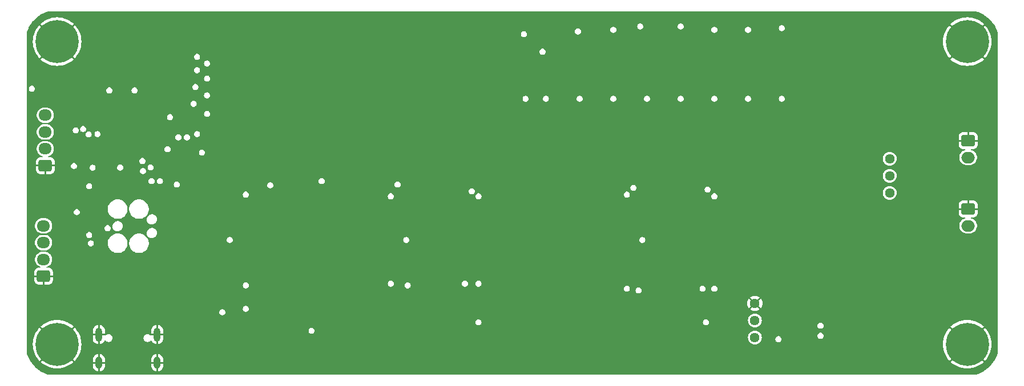
<source format=gbr>
%TF.GenerationSoftware,KiCad,Pcbnew,7.0.9*%
%TF.CreationDate,2024-04-08T22:34:53+02:00*%
%TF.ProjectId,ElectronicBLETarget,456c6563-7472-46f6-9e69-63424c455461,rev?*%
%TF.SameCoordinates,PX29f6300PY5a995c0*%
%TF.FileFunction,Copper,L2,Inr*%
%TF.FilePolarity,Positive*%
%FSLAX46Y46*%
G04 Gerber Fmt 4.6, Leading zero omitted, Abs format (unit mm)*
G04 Created by KiCad (PCBNEW 7.0.9) date 2024-04-08 22:34:53*
%MOMM*%
%LPD*%
G01*
G04 APERTURE LIST*
G04 Aperture macros list*
%AMRoundRect*
0 Rectangle with rounded corners*
0 $1 Rounding radius*
0 $2 $3 $4 $5 $6 $7 $8 $9 X,Y pos of 4 corners*
0 Add a 4 corners polygon primitive as box body*
4,1,4,$2,$3,$4,$5,$6,$7,$8,$9,$2,$3,0*
0 Add four circle primitives for the rounded corners*
1,1,$1+$1,$2,$3*
1,1,$1+$1,$4,$5*
1,1,$1+$1,$6,$7*
1,1,$1+$1,$8,$9*
0 Add four rect primitives between the rounded corners*
20,1,$1+$1,$2,$3,$4,$5,0*
20,1,$1+$1,$4,$5,$6,$7,0*
20,1,$1+$1,$6,$7,$8,$9,0*
20,1,$1+$1,$8,$9,$2,$3,0*%
G04 Aperture macros list end*
%TA.AperFunction,ComponentPad*%
%ADD10C,6.400000*%
%TD*%
%TA.AperFunction,ComponentPad*%
%ADD11O,1.000000X2.100000*%
%TD*%
%TA.AperFunction,ComponentPad*%
%ADD12O,1.000000X1.800000*%
%TD*%
%TA.AperFunction,ComponentPad*%
%ADD13RoundRect,0.250000X0.725000X-0.600000X0.725000X0.600000X-0.725000X0.600000X-0.725000X-0.600000X0*%
%TD*%
%TA.AperFunction,ComponentPad*%
%ADD14O,1.950000X1.700000*%
%TD*%
%TA.AperFunction,ComponentPad*%
%ADD15RoundRect,0.250000X-0.750000X0.600000X-0.750000X-0.600000X0.750000X-0.600000X0.750000X0.600000X0*%
%TD*%
%TA.AperFunction,ComponentPad*%
%ADD16O,2.000000X1.700000*%
%TD*%
%TA.AperFunction,ComponentPad*%
%ADD17C,1.440000*%
%TD*%
%TA.AperFunction,ViaPad*%
%ADD18C,0.700000*%
%TD*%
%TA.AperFunction,ViaPad*%
%ADD19C,0.800000*%
%TD*%
G04 APERTURE END LIST*
D10*
%TO.N,GND*%
%TO.C,H2*%
X5000000Y5000000D03*
%TD*%
%TO.N,GND*%
%TO.C,H4*%
X140000000Y5000000D03*
%TD*%
D11*
%TO.N,GND*%
%TO.C,J6*%
X11200000Y6425000D03*
D12*
X11200000Y2245000D03*
D11*
X19840000Y6425000D03*
D12*
X19840000Y2245000D03*
%TD*%
D13*
%TO.N,GND*%
%TO.C,J2*%
X3250000Y31560000D03*
D14*
%TO.N,/I2C_SDAC*%
X3250000Y34060000D03*
%TO.N,/I2C_SCLC*%
X3250000Y36560000D03*
%TO.N,+3V3*%
X3250000Y39060000D03*
%TD*%
D10*
%TO.N,GND*%
%TO.C,H1*%
X5000000Y50000000D03*
%TD*%
D15*
%TO.N,GND*%
%TO.C,J7*%
X140150000Y25110000D03*
D16*
%TO.N,Net-(J7-Pin_2)*%
X140150000Y22610000D03*
%TD*%
D15*
%TO.N,GND*%
%TO.C,J5*%
X140150000Y35270000D03*
D16*
%TO.N,+BATT*%
X140150000Y32770000D03*
%TD*%
D17*
%TO.N,Net-(J7-Pin_2)*%
%TO.C,RV2*%
X128500000Y27500000D03*
%TO.N,Net-(U6-ADJ)*%
X128500000Y30040000D03*
%TO.N,Net-(R14-Pad2)*%
X128500000Y32580000D03*
%TD*%
%TO.N,Net-(R1-Pad2)*%
%TO.C,RV1*%
X108500000Y6000000D03*
%TO.N,/SensorArrayGroup1/TrimPotCenterTap*%
X108500000Y8540000D03*
%TO.N,GND*%
X108500000Y11080000D03*
%TD*%
D10*
%TO.N,GND*%
%TO.C,H3*%
X140000000Y50000000D03*
%TD*%
D13*
%TO.N,GND*%
%TO.C,J1*%
X2990000Y15110000D03*
D14*
%TO.N,/USART1_RXC*%
X2990000Y17610000D03*
%TO.N,/USART1_TXC*%
X2990000Y20110000D03*
%TO.N,+3V3*%
X2990000Y22610000D03*
%TD*%
D18*
%TO.N,GND*%
X87527809Y19676009D03*
X15705352Y48389140D03*
X117750000Y49000000D03*
X117750000Y18000000D03*
X10720000Y40500000D03*
X114750000Y15250000D03*
X17250000Y36000000D03*
X34500000Y13750000D03*
X16497500Y43937500D03*
X17000000Y38000000D03*
X125250000Y7750000D03*
X31750000Y9000000D03*
X53000000Y19500000D03*
X125250000Y38500000D03*
X15000000Y38000000D03*
D19*
X19000000Y18500000D03*
D18*
X18000000Y39000000D03*
X18000000Y35000000D03*
X70000000Y27250000D03*
X70000000Y14000000D03*
X121250000Y42500000D03*
X14000000Y42750000D03*
X16000000Y10500000D03*
X104000000Y4250000D03*
X125000000Y42250000D03*
X11250000Y33500000D03*
X18000000Y37000000D03*
X114400000Y7250000D03*
X21225000Y32000000D03*
X53000000Y21250000D03*
X114200000Y12400000D03*
X120000000Y17000000D03*
X31500000Y7500000D03*
X68907492Y19537177D03*
X137500000Y43550000D03*
X16000000Y35000000D03*
X119750000Y49000000D03*
X65000000Y20500000D03*
X11950000Y52000000D03*
X19500000Y19750000D03*
X17274999Y42250000D03*
X100000000Y20500000D03*
X22295000Y30500000D03*
X17450000Y53000000D03*
X15000000Y36000000D03*
X34250000Y21500000D03*
X17450000Y51000000D03*
X125250000Y11750000D03*
X68987728Y21339386D03*
X22500000Y20500000D03*
X8500000Y33250000D03*
X10000000Y33750000D03*
X15220000Y30210000D03*
X34500000Y27250000D03*
X114200000Y13600000D03*
X52750000Y26500000D03*
X13765989Y48380911D03*
X21500000Y8000000D03*
X52000000Y14000000D03*
X117750000Y15500000D03*
X137000000Y13000000D03*
X87000000Y27000000D03*
X105000000Y27000000D03*
X34330731Y19580731D03*
X104250000Y20000000D03*
X105000000Y14000000D03*
X121500000Y8000000D03*
X87000000Y14000000D03*
X9280000Y43500000D03*
X21400000Y33000000D03*
X16500000Y46750000D03*
X14000000Y37000000D03*
X16000000Y39000000D03*
X17450000Y52000000D03*
X23070000Y38282187D03*
X121250000Y38500000D03*
X114351801Y6101874D03*
X9500000Y8000000D03*
X11950000Y51000000D03*
X14000000Y39000000D03*
X14000000Y35000000D03*
X12000000Y53000000D03*
X87608045Y21323920D03*
X104250000Y21000000D03*
X121500000Y11750000D03*
%TD*%
%TA.AperFunction,Conductor*%
%TO.N,GND*%
G36*
X141352042Y54496575D02*
G01*
X141605804Y54416565D01*
X141608803Y54415473D01*
X141828544Y54324453D01*
X141984602Y54259811D01*
X141987529Y54258446D01*
X142348317Y54070632D01*
X142351107Y54069022D01*
X142383814Y54048185D01*
X142694161Y53850472D01*
X142696802Y53848623D01*
X143019506Y53601004D01*
X143021964Y53598941D01*
X143321864Y53324133D01*
X143324132Y53321865D01*
X143543350Y53082631D01*
X143598935Y53021971D01*
X143601004Y53019505D01*
X143680076Y52916457D01*
X143848619Y52696807D01*
X143850471Y52694162D01*
X144069017Y52351114D01*
X144070631Y52348318D01*
X144258445Y51987530D01*
X144259810Y51984603D01*
X144415467Y51608816D01*
X144416571Y51605781D01*
X144496575Y51352043D01*
X144500000Y51329791D01*
X144500000Y3670211D01*
X144496575Y3647959D01*
X144423065Y3414812D01*
X144416572Y3394220D01*
X144415467Y3391185D01*
X144259810Y3015398D01*
X144258445Y3012471D01*
X144070631Y2651683D01*
X144069017Y2648887D01*
X143850471Y2305839D01*
X143848619Y2303194D01*
X143601011Y1980504D01*
X143598935Y1978030D01*
X143324140Y1678144D01*
X143321856Y1675860D01*
X143021970Y1401065D01*
X143019496Y1398989D01*
X142696806Y1151381D01*
X142694161Y1149529D01*
X142351113Y930983D01*
X142348317Y929369D01*
X141987529Y741555D01*
X141984602Y740190D01*
X141608815Y584533D01*
X141605780Y583429D01*
X141352042Y503425D01*
X141329790Y500000D01*
X3670210Y500000D01*
X3647958Y503425D01*
X3625414Y510533D01*
X3394208Y583432D01*
X3391184Y584533D01*
X3015397Y740190D01*
X3012470Y741555D01*
X2651682Y929369D01*
X2648886Y930983D01*
X2305838Y1149529D01*
X2303193Y1151381D01*
X2176265Y1248776D01*
X1980495Y1398996D01*
X1978029Y1401065D01*
X1963030Y1414809D01*
X1678135Y1675868D01*
X1675867Y1678136D01*
X1401059Y1978036D01*
X1398996Y1980494D01*
X1151377Y2303198D01*
X1149528Y2305839D01*
X1108653Y2370000D01*
X930978Y2648893D01*
X929368Y2651683D01*
X741554Y3012471D01*
X740189Y3015398D01*
X664746Y3197532D01*
X584527Y3391197D01*
X583435Y3394196D01*
X503425Y3647959D01*
X500000Y3670211D01*
X500000Y5000000D01*
X1395060Y5000000D01*
X1414808Y4623178D01*
X1414808Y4623177D01*
X1473836Y4250496D01*
X1571498Y3886013D01*
X1706720Y3533746D01*
X1878029Y3197532D01*
X2083543Y2881068D01*
X2321009Y2587822D01*
X2366027Y2542804D01*
X3783698Y3960476D01*
X3865130Y3865130D01*
X3960475Y3783699D01*
X2542804Y2366027D01*
X2587821Y2321010D01*
X2881067Y2083544D01*
X3197531Y1878030D01*
X3533745Y1706721D01*
X3886012Y1571499D01*
X4250495Y1473837D01*
X4623176Y1414809D01*
X5000000Y1395061D01*
X5376822Y1414809D01*
X5376823Y1414809D01*
X5749504Y1473837D01*
X6113987Y1571499D01*
X6466254Y1706721D01*
X6645090Y1797842D01*
X10300000Y1797842D01*
X10314819Y1656845D01*
X10373279Y1476924D01*
X10467874Y1313080D01*
X10594468Y1172484D01*
X10747514Y1061288D01*
X10747525Y1061282D01*
X10920349Y984336D01*
X10920354Y984335D01*
X11074999Y951465D01*
X11075000Y951465D01*
X11075000Y1568659D01*
X11171840Y1541105D01*
X11283521Y1551454D01*
X11325000Y1572109D01*
X11325000Y951465D01*
X11479646Y984335D01*
X11479648Y984336D01*
X11652477Y1061284D01*
X11652484Y1061288D01*
X11805531Y1172484D01*
X11932125Y1313080D01*
X12026720Y1476924D01*
X12085180Y1656845D01*
X12100000Y1797842D01*
X18940000Y1797842D01*
X18954819Y1656845D01*
X19013279Y1476924D01*
X19107874Y1313080D01*
X19234468Y1172484D01*
X19387514Y1061288D01*
X19387525Y1061282D01*
X19560349Y984336D01*
X19560354Y984335D01*
X19714999Y951465D01*
X19715000Y951465D01*
X19715000Y1568659D01*
X19811840Y1541105D01*
X19923521Y1551454D01*
X19965000Y1572109D01*
X19965000Y951465D01*
X20119646Y984335D01*
X20119648Y984336D01*
X20292477Y1061284D01*
X20292484Y1061288D01*
X20445531Y1172484D01*
X20572125Y1313080D01*
X20666720Y1476924D01*
X20725180Y1656845D01*
X20740000Y1797842D01*
X20740000Y2120000D01*
X20140000Y2120000D01*
X20140000Y2370000D01*
X20740000Y2370000D01*
X20740000Y2692159D01*
X20725180Y2833156D01*
X20666720Y3013077D01*
X20572125Y3176921D01*
X20445531Y3317517D01*
X20292485Y3428713D01*
X20292474Y3428719D01*
X20119652Y3505664D01*
X20119647Y3505666D01*
X19965000Y3538538D01*
X19965000Y2921342D01*
X19868160Y2948895D01*
X19756479Y2938546D01*
X19715000Y2917892D01*
X19715000Y3538537D01*
X19714999Y3538538D01*
X19560352Y3505666D01*
X19560351Y3505665D01*
X19387522Y3428717D01*
X19387515Y3428713D01*
X19234468Y3317517D01*
X19107874Y3176921D01*
X19013279Y3013077D01*
X18954819Y2833156D01*
X18940000Y2692159D01*
X18940000Y2370000D01*
X19540000Y2370000D01*
X19540000Y2120000D01*
X18940000Y2120000D01*
X18940000Y1797842D01*
X12100000Y1797842D01*
X12100000Y2120000D01*
X11500000Y2120000D01*
X11500000Y2370000D01*
X12100000Y2370000D01*
X12100000Y2692159D01*
X12085180Y2833156D01*
X12026720Y3013077D01*
X11932125Y3176921D01*
X11805531Y3317517D01*
X11652485Y3428713D01*
X11652474Y3428719D01*
X11479652Y3505664D01*
X11479647Y3505666D01*
X11325000Y3538538D01*
X11325000Y2921342D01*
X11228160Y2948895D01*
X11116479Y2938546D01*
X11075000Y2917892D01*
X11075000Y3538537D01*
X11074999Y3538538D01*
X10920352Y3505666D01*
X10920351Y3505665D01*
X10747522Y3428717D01*
X10747515Y3428713D01*
X10594468Y3317517D01*
X10467874Y3176921D01*
X10373279Y3013077D01*
X10314819Y2833156D01*
X10300000Y2692159D01*
X10300000Y2370000D01*
X10900000Y2370000D01*
X10900000Y2120000D01*
X10300000Y2120000D01*
X10300000Y1797842D01*
X6645090Y1797842D01*
X6802468Y1878030D01*
X7118932Y2083544D01*
X7412178Y2321010D01*
X7457196Y2366027D01*
X6039524Y3783699D01*
X6134870Y3865130D01*
X6216301Y3960476D01*
X7633973Y2542804D01*
X7678990Y2587822D01*
X7916456Y2881068D01*
X8121970Y3197532D01*
X8293279Y3533746D01*
X8428501Y3886013D01*
X8526163Y4250496D01*
X8585191Y4623177D01*
X8585191Y4623178D01*
X8604939Y5000000D01*
X8585191Y5376823D01*
X8585191Y5376824D01*
X8526163Y5749505D01*
X8505173Y5827842D01*
X10300000Y5827842D01*
X10314819Y5686845D01*
X10373279Y5506924D01*
X10467874Y5343080D01*
X10594468Y5202484D01*
X10747514Y5091288D01*
X10747525Y5091282D01*
X10920349Y5014336D01*
X10920354Y5014335D01*
X11074999Y4981465D01*
X11075000Y4981465D01*
X11075000Y5598659D01*
X11171840Y5571105D01*
X11283521Y5581454D01*
X11325000Y5602109D01*
X11325000Y4981465D01*
X11479646Y5014335D01*
X11479648Y5014336D01*
X11652477Y5091284D01*
X11652484Y5091288D01*
X11805531Y5202484D01*
X11932125Y5343080D01*
X12026720Y5506925D01*
X12038610Y5543517D01*
X12069773Y5583405D01*
X12119286Y5593930D01*
X12163980Y5570166D01*
X12167688Y5565709D01*
X12212417Y5507417D01*
X12334724Y5413567D01*
X12477154Y5354571D01*
X12591627Y5339500D01*
X12591629Y5339500D01*
X12668371Y5339500D01*
X12668373Y5339500D01*
X12782846Y5354571D01*
X12925276Y5413567D01*
X13047583Y5507417D01*
X13141433Y5629724D01*
X13200429Y5772154D01*
X13220552Y5925000D01*
X17819448Y5925000D01*
X17839570Y5772155D01*
X17898566Y5629725D01*
X17898567Y5629724D01*
X17992417Y5507417D01*
X18114724Y5413567D01*
X18257154Y5354571D01*
X18371627Y5339500D01*
X18371629Y5339500D01*
X18448371Y5339500D01*
X18448373Y5339500D01*
X18562846Y5354571D01*
X18705276Y5413567D01*
X18827583Y5507417D01*
X18872304Y5565700D01*
X18914994Y5592896D01*
X18965180Y5586289D01*
X18999378Y5548969D01*
X19001389Y5543518D01*
X19013279Y5506924D01*
X19107874Y5343080D01*
X19234468Y5202484D01*
X19387514Y5091288D01*
X19387525Y5091282D01*
X19560349Y5014336D01*
X19560354Y5014335D01*
X19714999Y4981465D01*
X19715000Y4981465D01*
X19715000Y5598659D01*
X19811840Y5571105D01*
X19923521Y5581454D01*
X19965000Y5602109D01*
X19965000Y4981465D01*
X20119646Y5014335D01*
X20119648Y5014336D01*
X20292477Y5091284D01*
X20292484Y5091288D01*
X20445531Y5202484D01*
X20572125Y5343080D01*
X20666720Y5506924D01*
X20725180Y5686845D01*
X20740000Y5827842D01*
X20740000Y6000000D01*
X107474562Y6000000D01*
X107494266Y5799946D01*
X107502697Y5772154D01*
X107552619Y5607582D01*
X107552620Y5607579D01*
X107552621Y5607578D01*
X107647374Y5430305D01*
X107647384Y5430290D01*
X107724770Y5335996D01*
X107774906Y5274906D01*
X107774911Y5274902D01*
X107774912Y5274901D01*
X107930289Y5147385D01*
X107930292Y5147383D01*
X107930297Y5147379D01*
X108107582Y5052619D01*
X108299947Y4994266D01*
X108500000Y4974562D01*
X108700053Y4994266D01*
X108718956Y5000000D01*
X136395060Y5000000D01*
X136414808Y4623178D01*
X136414808Y4623177D01*
X136473836Y4250496D01*
X136571498Y3886013D01*
X136706720Y3533746D01*
X136878029Y3197532D01*
X137083543Y2881068D01*
X137321009Y2587822D01*
X137366027Y2542804D01*
X138783698Y3960476D01*
X138865130Y3865130D01*
X138960475Y3783699D01*
X137542804Y2366027D01*
X137587821Y2321010D01*
X137881067Y2083544D01*
X138197531Y1878030D01*
X138533745Y1706721D01*
X138886012Y1571499D01*
X139250495Y1473837D01*
X139623176Y1414809D01*
X140000000Y1395061D01*
X140376822Y1414809D01*
X140376823Y1414809D01*
X140749504Y1473837D01*
X141113987Y1571499D01*
X141466254Y1706721D01*
X141802468Y1878030D01*
X142118932Y2083544D01*
X142412178Y2321010D01*
X142457196Y2366027D01*
X141039524Y3783699D01*
X141134870Y3865130D01*
X141216301Y3960476D01*
X142633973Y2542804D01*
X142678990Y2587822D01*
X142916456Y2881068D01*
X143121970Y3197532D01*
X143293279Y3533746D01*
X143428501Y3886013D01*
X143526163Y4250496D01*
X143585191Y4623177D01*
X143585191Y4623178D01*
X143604939Y5000000D01*
X143585191Y5376823D01*
X143585191Y5376824D01*
X143526163Y5749505D01*
X143428501Y6113988D01*
X143293279Y6466255D01*
X143121970Y6802469D01*
X142916456Y7118933D01*
X142678990Y7412179D01*
X142633973Y7457196D01*
X141216301Y6039525D01*
X141134870Y6134870D01*
X141039524Y6216302D01*
X142457196Y7633973D01*
X142412178Y7678991D01*
X142118932Y7916457D01*
X141802468Y8121971D01*
X141466254Y8293280D01*
X141113987Y8428502D01*
X140749504Y8526164D01*
X140376823Y8585192D01*
X140000000Y8604940D01*
X139623177Y8585192D01*
X139623176Y8585192D01*
X139250495Y8526164D01*
X138886012Y8428502D01*
X138533745Y8293280D01*
X138197531Y8121971D01*
X137881067Y7916457D01*
X137587821Y7678991D01*
X137542804Y7633973D01*
X138960475Y6216302D01*
X138865130Y6134870D01*
X138783698Y6039525D01*
X137366027Y7457196D01*
X137321009Y7412179D01*
X137083543Y7118933D01*
X136878029Y6802469D01*
X136706720Y6466255D01*
X136571498Y6113988D01*
X136473836Y5749505D01*
X136414808Y5376824D01*
X136414808Y5376823D01*
X136395060Y5000000D01*
X108718956Y5000000D01*
X108892418Y5052619D01*
X109069703Y5147379D01*
X109225094Y5274906D01*
X109352621Y5430297D01*
X109447381Y5607582D01*
X109490583Y5750000D01*
X111544867Y5750000D01*
X111563302Y5621777D01*
X111563302Y5621776D01*
X111563303Y5621774D01*
X111617118Y5503937D01*
X111701951Y5406033D01*
X111810931Y5335996D01*
X111935228Y5299500D01*
X112064772Y5299500D01*
X112189069Y5335996D01*
X112298049Y5406033D01*
X112382882Y5503937D01*
X112436697Y5621774D01*
X112455133Y5750000D01*
X112436697Y5878226D01*
X112382882Y5996063D01*
X112298049Y6093967D01*
X112231032Y6137036D01*
X112189068Y6164005D01*
X112064772Y6200500D01*
X111935228Y6200500D01*
X111810931Y6164005D01*
X111701954Y6093969D01*
X111701950Y6093966D01*
X111617119Y5996065D01*
X111563302Y5878224D01*
X111544867Y5750000D01*
X109490583Y5750000D01*
X109505734Y5799947D01*
X109525438Y6000000D01*
X109505734Y6200053D01*
X109490583Y6250000D01*
X117794867Y6250000D01*
X117813302Y6121777D01*
X117813302Y6121776D01*
X117813303Y6121774D01*
X117867118Y6003937D01*
X117951951Y5906033D01*
X118060931Y5835996D01*
X118185228Y5799500D01*
X118314772Y5799500D01*
X118439069Y5835996D01*
X118548049Y5906033D01*
X118632882Y6003937D01*
X118686697Y6121774D01*
X118705133Y6250000D01*
X118686697Y6378226D01*
X118632882Y6496063D01*
X118548049Y6593967D01*
X118451474Y6656032D01*
X118439068Y6664005D01*
X118314772Y6700500D01*
X118185228Y6700500D01*
X118060931Y6664005D01*
X117951954Y6593969D01*
X117951950Y6593966D01*
X117867119Y6496065D01*
X117867118Y6496064D01*
X117867118Y6496063D01*
X117853505Y6466255D01*
X117813302Y6378224D01*
X117794867Y6250000D01*
X109490583Y6250000D01*
X109447381Y6392418D01*
X109363420Y6549500D01*
X109352625Y6569696D01*
X109352623Y6569698D01*
X109352621Y6569703D01*
X109352617Y6569708D01*
X109352615Y6569711D01*
X109225099Y6725088D01*
X109225098Y6725089D01*
X109225094Y6725094D01*
X109225087Y6725100D01*
X109069710Y6852616D01*
X109069705Y6852620D01*
X109069703Y6852621D01*
X109069700Y6852623D01*
X109069695Y6852626D01*
X108892422Y6947379D01*
X108892421Y6947380D01*
X108892418Y6947381D01*
X108709719Y7002802D01*
X108700054Y7005734D01*
X108500000Y7025438D01*
X108299945Y7005734D01*
X108192870Y6973253D01*
X108107582Y6947381D01*
X108107579Y6947380D01*
X108107577Y6947379D01*
X107930304Y6852626D01*
X107930289Y6852616D01*
X107774912Y6725100D01*
X107774900Y6725088D01*
X107647384Y6569711D01*
X107647374Y6569696D01*
X107552621Y6392423D01*
X107552620Y6392421D01*
X107552619Y6392418D01*
X107531205Y6321825D01*
X107494266Y6200055D01*
X107474562Y6000000D01*
X20740000Y6000000D01*
X20740000Y6300000D01*
X20140000Y6300000D01*
X20140000Y6550000D01*
X20740000Y6550000D01*
X20740000Y7000000D01*
X42294867Y7000000D01*
X42313302Y6871777D01*
X42313302Y6871776D01*
X42313303Y6871774D01*
X42367118Y6753937D01*
X42451951Y6656033D01*
X42560931Y6585996D01*
X42685228Y6549500D01*
X42814772Y6549500D01*
X42939069Y6585996D01*
X43048049Y6656033D01*
X43132882Y6753937D01*
X43186697Y6871774D01*
X43205133Y7000000D01*
X43186697Y7128226D01*
X43132882Y7246063D01*
X43048049Y7343967D01*
X42951474Y7406032D01*
X42939068Y7414005D01*
X42814772Y7450500D01*
X42685228Y7450500D01*
X42560931Y7414005D01*
X42451954Y7343969D01*
X42451950Y7343966D01*
X42367119Y7246065D01*
X42313302Y7128224D01*
X42294867Y7000000D01*
X20740000Y7000000D01*
X20740000Y7022159D01*
X20725180Y7163156D01*
X20666720Y7343077D01*
X20572125Y7506921D01*
X20445531Y7647517D01*
X20292485Y7758713D01*
X20292474Y7758719D01*
X20119652Y7835664D01*
X20119647Y7835666D01*
X19965000Y7868538D01*
X19965000Y7251342D01*
X19868160Y7278895D01*
X19756479Y7268546D01*
X19715000Y7247892D01*
X19715000Y7868537D01*
X19714999Y7868538D01*
X19560352Y7835666D01*
X19560351Y7835665D01*
X19387522Y7758717D01*
X19387515Y7758713D01*
X19234468Y7647517D01*
X19107874Y7506921D01*
X19013279Y7343077D01*
X18954819Y7163156D01*
X18940000Y7022159D01*
X18940000Y6550000D01*
X19540000Y6550000D01*
X19540000Y6300000D01*
X18923349Y6300000D01*
X18908663Y6293153D01*
X18859770Y6306258D01*
X18843514Y6321821D01*
X18827583Y6342583D01*
X18705276Y6436433D01*
X18705275Y6436434D01*
X18562845Y6495430D01*
X18475006Y6506994D01*
X18448373Y6510500D01*
X18371627Y6510500D01*
X18347769Y6507359D01*
X18257154Y6495430D01*
X18114724Y6436434D01*
X17992417Y6342583D01*
X17898566Y6220276D01*
X17839570Y6077846D01*
X17819448Y5925000D01*
X13220552Y5925000D01*
X13200429Y6077846D01*
X13141433Y6220276D01*
X13047583Y6342583D01*
X12925276Y6436433D01*
X12925275Y6436434D01*
X12782845Y6495430D01*
X12695006Y6506994D01*
X12668373Y6510500D01*
X12591627Y6510500D01*
X12567769Y6507359D01*
X12477154Y6495430D01*
X12334724Y6436434D01*
X12212417Y6342583D01*
X12196486Y6321823D01*
X12153796Y6294626D01*
X12112982Y6300000D01*
X11500000Y6300000D01*
X11500000Y6550000D01*
X12100000Y6550000D01*
X12100000Y7022159D01*
X12085180Y7163156D01*
X12026720Y7343077D01*
X11932125Y7506921D01*
X11805531Y7647517D01*
X11652485Y7758713D01*
X11652474Y7758719D01*
X11479652Y7835664D01*
X11479647Y7835666D01*
X11325000Y7868538D01*
X11325000Y7251342D01*
X11228160Y7278895D01*
X11116479Y7268546D01*
X11075000Y7247892D01*
X11075000Y7868537D01*
X11074999Y7868538D01*
X10920352Y7835666D01*
X10920351Y7835665D01*
X10747522Y7758717D01*
X10747515Y7758713D01*
X10594468Y7647517D01*
X10467874Y7506921D01*
X10373279Y7343077D01*
X10314819Y7163156D01*
X10300000Y7022159D01*
X10300000Y6550000D01*
X10900000Y6550000D01*
X10900000Y6300000D01*
X10300000Y6300000D01*
X10300000Y5827842D01*
X8505173Y5827842D01*
X8428501Y6113988D01*
X8293279Y6466255D01*
X8121970Y6802469D01*
X7916456Y7118933D01*
X7678990Y7412179D01*
X7633973Y7457196D01*
X6216301Y6039525D01*
X6134870Y6134870D01*
X6039524Y6216302D01*
X7457196Y7633973D01*
X7412178Y7678991D01*
X7118932Y7916457D01*
X6802468Y8121971D01*
X6551196Y8250000D01*
X67044867Y8250000D01*
X67063302Y8121777D01*
X67063302Y8121776D01*
X67063303Y8121774D01*
X67117118Y8003937D01*
X67201951Y7906033D01*
X67310931Y7835996D01*
X67435228Y7799500D01*
X67564772Y7799500D01*
X67689069Y7835996D01*
X67798049Y7906033D01*
X67882882Y8003937D01*
X67936697Y8121774D01*
X67955133Y8250000D01*
X100794867Y8250000D01*
X100813302Y8121777D01*
X100813302Y8121776D01*
X100813303Y8121774D01*
X100867118Y8003937D01*
X100951951Y7906033D01*
X101060931Y7835996D01*
X101185228Y7799500D01*
X101314772Y7799500D01*
X101439069Y7835996D01*
X101548049Y7906033D01*
X101632882Y8003937D01*
X101686697Y8121774D01*
X101705133Y8250000D01*
X101686697Y8378226D01*
X101632882Y8496063D01*
X101594811Y8540000D01*
X107474562Y8540000D01*
X107494266Y8339947D01*
X107552619Y8147582D01*
X107552620Y8147579D01*
X107552621Y8147578D01*
X107647374Y7970305D01*
X107647384Y7970290D01*
X107757869Y7835665D01*
X107774906Y7814906D01*
X107774911Y7814902D01*
X107774912Y7814901D01*
X107930289Y7687385D01*
X107930292Y7687383D01*
X107930297Y7687379D01*
X108107582Y7592619D01*
X108299947Y7534266D01*
X108500000Y7514562D01*
X108700053Y7534266D01*
X108892418Y7592619D01*
X109069703Y7687379D01*
X109146006Y7750000D01*
X117794867Y7750000D01*
X117813302Y7621777D01*
X117813302Y7621776D01*
X117813303Y7621774D01*
X117867118Y7503937D01*
X117951951Y7406033D01*
X118060931Y7335996D01*
X118185228Y7299500D01*
X118314772Y7299500D01*
X118439069Y7335996D01*
X118548049Y7406033D01*
X118632882Y7503937D01*
X118686697Y7621774D01*
X118705133Y7750000D01*
X118686697Y7878226D01*
X118632882Y7996063D01*
X118548049Y8093967D01*
X118481032Y8137036D01*
X118439068Y8164005D01*
X118314772Y8200500D01*
X118185228Y8200500D01*
X118060931Y8164005D01*
X117951954Y8093969D01*
X117951950Y8093966D01*
X117867119Y7996065D01*
X117813302Y7878224D01*
X117794867Y7750000D01*
X109146006Y7750000D01*
X109225094Y7814906D01*
X109352621Y7970297D01*
X109447381Y8147582D01*
X109505734Y8339947D01*
X109525438Y8540000D01*
X109505734Y8740053D01*
X109447381Y8932418D01*
X109352621Y9109703D01*
X109352617Y9109708D01*
X109352615Y9109711D01*
X109225099Y9265088D01*
X109225098Y9265089D01*
X109225094Y9265094D01*
X109225087Y9265100D01*
X109069710Y9392616D01*
X109069705Y9392620D01*
X109069703Y9392621D01*
X109069700Y9392623D01*
X109069695Y9392626D01*
X108892422Y9487379D01*
X108892421Y9487380D01*
X108892418Y9487381D01*
X108753591Y9529494D01*
X108700054Y9545734D01*
X108500000Y9565438D01*
X108299945Y9545734D01*
X108192870Y9513253D01*
X108107582Y9487381D01*
X108107579Y9487380D01*
X108107577Y9487379D01*
X107930304Y9392626D01*
X107930289Y9392616D01*
X107774912Y9265100D01*
X107774900Y9265088D01*
X107647384Y9109711D01*
X107647374Y9109696D01*
X107552621Y8932423D01*
X107494266Y8740055D01*
X107494266Y8740053D01*
X107474562Y8540000D01*
X101594811Y8540000D01*
X101548049Y8593967D01*
X101481032Y8637036D01*
X101439068Y8664005D01*
X101314772Y8700500D01*
X101185228Y8700500D01*
X101060931Y8664005D01*
X100951954Y8593969D01*
X100951950Y8593966D01*
X100867119Y8496065D01*
X100813302Y8378224D01*
X100794867Y8250000D01*
X67955133Y8250000D01*
X67936697Y8378226D01*
X67882882Y8496063D01*
X67798049Y8593967D01*
X67731032Y8637036D01*
X67689068Y8664005D01*
X67564772Y8700500D01*
X67435228Y8700500D01*
X67310931Y8664005D01*
X67201954Y8593969D01*
X67201950Y8593966D01*
X67117119Y8496065D01*
X67063302Y8378224D01*
X67044867Y8250000D01*
X6551196Y8250000D01*
X6466254Y8293280D01*
X6113987Y8428502D01*
X5749504Y8526164D01*
X5376823Y8585192D01*
X5000000Y8604940D01*
X4623177Y8585192D01*
X4623176Y8585192D01*
X4250495Y8526164D01*
X3886012Y8428502D01*
X3533745Y8293280D01*
X3197531Y8121971D01*
X2881067Y7916457D01*
X2587821Y7678991D01*
X2542804Y7633973D01*
X3960475Y6216302D01*
X3865130Y6134870D01*
X3783698Y6039525D01*
X2366027Y7457196D01*
X2321009Y7412179D01*
X2083543Y7118933D01*
X1878029Y6802469D01*
X1706720Y6466255D01*
X1571498Y6113988D01*
X1473836Y5749505D01*
X1414808Y5376824D01*
X1414808Y5376823D01*
X1395060Y5000000D01*
X500000Y5000000D01*
X500000Y9750000D01*
X29044867Y9750000D01*
X29063302Y9621777D01*
X29063302Y9621776D01*
X29063303Y9621774D01*
X29117118Y9503937D01*
X29201951Y9406033D01*
X29310931Y9335996D01*
X29435228Y9299500D01*
X29564772Y9299500D01*
X29689069Y9335996D01*
X29798049Y9406033D01*
X29882882Y9503937D01*
X29936697Y9621774D01*
X29955133Y9750000D01*
X29936697Y9878226D01*
X29882882Y9996063D01*
X29798049Y10093967D01*
X29731032Y10137036D01*
X29689068Y10164005D01*
X29564772Y10200500D01*
X29435228Y10200500D01*
X29310931Y10164005D01*
X29201954Y10093969D01*
X29201950Y10093966D01*
X29117119Y9996065D01*
X29063302Y9878224D01*
X29044867Y9750000D01*
X500000Y9750000D01*
X500000Y10250000D01*
X32544867Y10250000D01*
X32563302Y10121777D01*
X32563302Y10121776D01*
X32563303Y10121774D01*
X32617118Y10003937D01*
X32701951Y9906033D01*
X32810931Y9835996D01*
X32935228Y9799500D01*
X33064772Y9799500D01*
X33189069Y9835996D01*
X33298049Y9906033D01*
X33382882Y10003937D01*
X33436697Y10121774D01*
X33455133Y10250000D01*
X33436697Y10378226D01*
X33382882Y10496063D01*
X33298049Y10593967D01*
X33231032Y10637036D01*
X33189068Y10664005D01*
X33064772Y10700500D01*
X32935228Y10700500D01*
X32810931Y10664005D01*
X32701954Y10593969D01*
X32701950Y10593966D01*
X32617119Y10496065D01*
X32563302Y10378224D01*
X32544867Y10250000D01*
X500000Y10250000D01*
X500000Y11079997D01*
X107375202Y11079997D01*
X107394352Y10873325D01*
X107451155Y10673682D01*
X107451157Y10673677D01*
X107543677Y10487869D01*
X107543679Y10487866D01*
X107624312Y10381091D01*
X108142931Y10899710D01*
X108172359Y10841955D01*
X108261955Y10752359D01*
X108319708Y10722933D01*
X107799669Y10202894D01*
X107822157Y10182393D01*
X107998629Y10073126D01*
X107998639Y10073121D01*
X108192180Y9998142D01*
X108396213Y9960001D01*
X108396219Y9960000D01*
X108603781Y9960000D01*
X108603786Y9960001D01*
X108807819Y9998142D01*
X109001360Y10073121D01*
X109001370Y10073126D01*
X109177838Y10182390D01*
X109177845Y10182395D01*
X109200330Y10202894D01*
X108680291Y10722933D01*
X108738045Y10752359D01*
X108827641Y10841955D01*
X108857067Y10899709D01*
X109375686Y10381090D01*
X109456320Y10487867D01*
X109456322Y10487869D01*
X109548842Y10673677D01*
X109548844Y10673682D01*
X109605647Y10873325D01*
X109624798Y11079997D01*
X109624798Y11080004D01*
X109605647Y11286676D01*
X109548844Y11486319D01*
X109548842Y11486324D01*
X109456322Y11672132D01*
X109456320Y11672135D01*
X109375685Y11778912D01*
X108857067Y11260293D01*
X108827641Y11318045D01*
X108738045Y11407641D01*
X108680290Y11437069D01*
X109200329Y11957108D01*
X109177842Y11977608D01*
X109001370Y12086875D01*
X109001360Y12086880D01*
X108807819Y12161859D01*
X108603786Y12200000D01*
X108396213Y12200000D01*
X108192180Y12161859D01*
X107998639Y12086880D01*
X107998629Y12086875D01*
X107822157Y11977608D01*
X107822156Y11977608D01*
X107799668Y11957108D01*
X108319708Y11437068D01*
X108261955Y11407641D01*
X108172359Y11318045D01*
X108142932Y11260292D01*
X107624313Y11778911D01*
X107543677Y11672130D01*
X107543676Y11672129D01*
X107451157Y11486324D01*
X107451155Y11486319D01*
X107394352Y11286676D01*
X107375202Y11080004D01*
X107375202Y11079997D01*
X500000Y11079997D01*
X500000Y13250000D01*
X89044867Y13250000D01*
X89063302Y13121777D01*
X89063302Y13121776D01*
X89063303Y13121774D01*
X89117118Y13003937D01*
X89201951Y12906033D01*
X89310931Y12835996D01*
X89435228Y12799500D01*
X89564772Y12799500D01*
X89689069Y12835996D01*
X89798049Y12906033D01*
X89879471Y13000000D01*
X90794867Y13000000D01*
X90813302Y12871777D01*
X90813302Y12871776D01*
X90813303Y12871774D01*
X90867118Y12753937D01*
X90951951Y12656033D01*
X91060931Y12585996D01*
X91185228Y12549500D01*
X91314772Y12549500D01*
X91439069Y12585996D01*
X91548049Y12656033D01*
X91632882Y12753937D01*
X91686697Y12871774D01*
X91705133Y13000000D01*
X91686697Y13128226D01*
X91632882Y13246063D01*
X91629471Y13250000D01*
X100294867Y13250000D01*
X100313302Y13121777D01*
X100313302Y13121776D01*
X100313303Y13121774D01*
X100367118Y13003937D01*
X100451951Y12906033D01*
X100560931Y12835996D01*
X100685228Y12799500D01*
X100814772Y12799500D01*
X100939069Y12835996D01*
X101048049Y12906033D01*
X101132882Y13003937D01*
X101186697Y13121774D01*
X101205133Y13250000D01*
X102044867Y13250000D01*
X102063302Y13121777D01*
X102063302Y13121776D01*
X102063303Y13121774D01*
X102117118Y13003937D01*
X102201951Y12906033D01*
X102310931Y12835996D01*
X102435228Y12799500D01*
X102564772Y12799500D01*
X102689069Y12835996D01*
X102798049Y12906033D01*
X102882882Y13003937D01*
X102936697Y13121774D01*
X102955133Y13250000D01*
X102936697Y13378226D01*
X102882882Y13496063D01*
X102798049Y13593967D01*
X102701474Y13656032D01*
X102689068Y13664005D01*
X102564772Y13700500D01*
X102435228Y13700500D01*
X102310931Y13664005D01*
X102201954Y13593969D01*
X102201950Y13593966D01*
X102117119Y13496065D01*
X102063302Y13378224D01*
X102044867Y13250000D01*
X101205133Y13250000D01*
X101186697Y13378226D01*
X101132882Y13496063D01*
X101048049Y13593967D01*
X100951474Y13656032D01*
X100939068Y13664005D01*
X100814772Y13700500D01*
X100685228Y13700500D01*
X100560931Y13664005D01*
X100451954Y13593969D01*
X100451950Y13593966D01*
X100367119Y13496065D01*
X100313302Y13378224D01*
X100294867Y13250000D01*
X91629471Y13250000D01*
X91548049Y13343967D01*
X91451474Y13406032D01*
X91439068Y13414005D01*
X91314772Y13450500D01*
X91185228Y13450500D01*
X91060931Y13414005D01*
X90951954Y13343969D01*
X90951950Y13343966D01*
X90867119Y13246065D01*
X90813302Y13128224D01*
X90794867Y13000000D01*
X89879471Y13000000D01*
X89882882Y13003937D01*
X89936697Y13121774D01*
X89955133Y13250000D01*
X89936697Y13378226D01*
X89882882Y13496063D01*
X89798049Y13593967D01*
X89701474Y13656032D01*
X89689068Y13664005D01*
X89564772Y13700500D01*
X89435228Y13700500D01*
X89310931Y13664005D01*
X89201954Y13593969D01*
X89201950Y13593966D01*
X89117119Y13496065D01*
X89063302Y13378224D01*
X89044867Y13250000D01*
X500000Y13250000D01*
X500000Y13750000D01*
X32544867Y13750000D01*
X32563302Y13621777D01*
X32563302Y13621776D01*
X32563303Y13621774D01*
X32617118Y13503937D01*
X32701951Y13406033D01*
X32810931Y13335996D01*
X32935228Y13299500D01*
X33064772Y13299500D01*
X33189069Y13335996D01*
X33298049Y13406033D01*
X33382882Y13503937D01*
X33436697Y13621774D01*
X33455133Y13750000D01*
X33436697Y13878226D01*
X33382882Y13996063D01*
X33379471Y14000000D01*
X54044867Y14000000D01*
X54063302Y13871777D01*
X54063302Y13871776D01*
X54063303Y13871774D01*
X54117118Y13753937D01*
X54201951Y13656033D01*
X54310931Y13585996D01*
X54435228Y13549500D01*
X54564772Y13549500D01*
X54689069Y13585996D01*
X54798049Y13656033D01*
X54879471Y13750000D01*
X56544867Y13750000D01*
X56563302Y13621777D01*
X56563302Y13621776D01*
X56563303Y13621774D01*
X56617118Y13503937D01*
X56701951Y13406033D01*
X56810931Y13335996D01*
X56935228Y13299500D01*
X57064772Y13299500D01*
X57189069Y13335996D01*
X57298049Y13406033D01*
X57382882Y13503937D01*
X57436697Y13621774D01*
X57455133Y13750000D01*
X57436697Y13878226D01*
X57382882Y13996063D01*
X57379471Y14000000D01*
X65044867Y14000000D01*
X65063302Y13871777D01*
X65063302Y13871776D01*
X65063303Y13871774D01*
X65117118Y13753937D01*
X65201951Y13656033D01*
X65310931Y13585996D01*
X65435228Y13549500D01*
X65564772Y13549500D01*
X65689069Y13585996D01*
X65798049Y13656033D01*
X65882882Y13753937D01*
X65936697Y13871774D01*
X65955133Y14000000D01*
X67044867Y14000000D01*
X67063302Y13871777D01*
X67063302Y13871776D01*
X67063303Y13871774D01*
X67117118Y13753937D01*
X67201951Y13656033D01*
X67310931Y13585996D01*
X67435228Y13549500D01*
X67564772Y13549500D01*
X67689069Y13585996D01*
X67798049Y13656033D01*
X67882882Y13753937D01*
X67936697Y13871774D01*
X67955133Y14000000D01*
X67936697Y14128226D01*
X67882882Y14246063D01*
X67798049Y14343967D01*
X67699179Y14407507D01*
X67689068Y14414005D01*
X67564772Y14450500D01*
X67435228Y14450500D01*
X67310931Y14414005D01*
X67201954Y14343969D01*
X67201950Y14343966D01*
X67117119Y14246065D01*
X67063302Y14128224D01*
X67044867Y14000000D01*
X65955133Y14000000D01*
X65936697Y14128226D01*
X65882882Y14246063D01*
X65798049Y14343967D01*
X65699179Y14407507D01*
X65689068Y14414005D01*
X65564772Y14450500D01*
X65435228Y14450500D01*
X65310931Y14414005D01*
X65201954Y14343969D01*
X65201950Y14343966D01*
X65117119Y14246065D01*
X65063302Y14128224D01*
X65044867Y14000000D01*
X57379471Y14000000D01*
X57298049Y14093967D01*
X57231032Y14137036D01*
X57189068Y14164005D01*
X57064772Y14200500D01*
X56935228Y14200500D01*
X56810931Y14164005D01*
X56701954Y14093969D01*
X56701950Y14093966D01*
X56617119Y13996065D01*
X56563302Y13878224D01*
X56544867Y13750000D01*
X54879471Y13750000D01*
X54882882Y13753937D01*
X54936697Y13871774D01*
X54955133Y14000000D01*
X54936697Y14128226D01*
X54882882Y14246063D01*
X54798049Y14343967D01*
X54699179Y14407507D01*
X54689068Y14414005D01*
X54564772Y14450500D01*
X54435228Y14450500D01*
X54310931Y14414005D01*
X54201954Y14343969D01*
X54201950Y14343966D01*
X54117119Y14246065D01*
X54063302Y14128224D01*
X54044867Y14000000D01*
X33379471Y14000000D01*
X33298049Y14093967D01*
X33231032Y14137036D01*
X33189068Y14164005D01*
X33064772Y14200500D01*
X32935228Y14200500D01*
X32810931Y14164005D01*
X32701954Y14093969D01*
X32701950Y14093966D01*
X32617119Y13996065D01*
X32563302Y13878224D01*
X32544867Y13750000D01*
X500000Y13750000D01*
X500000Y14444357D01*
X1615000Y14444357D01*
X1617900Y14407507D01*
X1663718Y14249801D01*
X1747317Y14108444D01*
X1863443Y13992318D01*
X2004800Y13908719D01*
X2162508Y13862901D01*
X2162505Y13862901D01*
X2199357Y13860000D01*
X2865000Y13860000D01*
X2865000Y14648088D01*
X2956025Y14635000D01*
X3023975Y14635000D01*
X3115000Y14648088D01*
X3115000Y13860000D01*
X3780643Y13860000D01*
X3817493Y13862901D01*
X3975199Y13908719D01*
X4116556Y13992318D01*
X4232682Y14108444D01*
X4316281Y14249801D01*
X4362099Y14407507D01*
X4365000Y14444357D01*
X4365000Y14985000D01*
X3448350Y14985000D01*
X3465000Y15041705D01*
X3465000Y15178295D01*
X3448350Y15235000D01*
X4365000Y15235000D01*
X4365000Y15775643D01*
X4362099Y15812494D01*
X4316281Y15970200D01*
X4232682Y16111557D01*
X4116556Y16227683D01*
X3975199Y16311282D01*
X3817491Y16357100D01*
X3817494Y16357100D01*
X3780643Y16360000D01*
X3456271Y16360000D01*
X3408705Y16377313D01*
X3383395Y16421150D01*
X3392185Y16471000D01*
X3430962Y16503537D01*
X3436020Y16505175D01*
X3456301Y16510946D01*
X3532389Y16532595D01*
X3723255Y16627634D01*
X3893407Y16756128D01*
X4037052Y16913698D01*
X4149298Y17094981D01*
X4226321Y17293802D01*
X4265500Y17503390D01*
X4265500Y17716610D01*
X4226321Y17926198D01*
X4149298Y18125019D01*
X4037052Y18306302D01*
X3893407Y18463872D01*
X3723255Y18592366D01*
X3723252Y18592368D01*
X3532393Y18687404D01*
X3532383Y18687407D01*
X3327309Y18745757D01*
X3327303Y18745758D01*
X3168200Y18760500D01*
X3168194Y18760500D01*
X2811806Y18760500D01*
X2811799Y18760500D01*
X2652696Y18745758D01*
X2652690Y18745757D01*
X2447616Y18687407D01*
X2447606Y18687404D01*
X2256747Y18592368D01*
X2256741Y18592364D01*
X2086590Y18463870D01*
X1942946Y18306300D01*
X1830705Y18125024D01*
X1830700Y18125014D01*
X1753680Y17926202D01*
X1714500Y17716614D01*
X1714500Y17503387D01*
X1736472Y17385850D01*
X1753679Y17293802D01*
X1830702Y17094981D01*
X1942948Y16913698D01*
X2086593Y16756128D01*
X2252079Y16631157D01*
X2256741Y16627637D01*
X2256747Y16627633D01*
X2447606Y16532597D01*
X2447608Y16532597D01*
X2447611Y16532595D01*
X2514255Y16513633D01*
X2543980Y16505175D01*
X2584993Y16475506D01*
X2597339Y16426416D01*
X2575243Y16380874D01*
X2529042Y16360191D01*
X2523729Y16360000D01*
X2199357Y16360000D01*
X2162506Y16357100D01*
X2004800Y16311282D01*
X1863443Y16227683D01*
X1747317Y16111557D01*
X1663718Y15970200D01*
X1617900Y15812494D01*
X1615000Y15775643D01*
X1615000Y15235000D01*
X2531650Y15235000D01*
X2515000Y15178295D01*
X2515000Y15041705D01*
X2531650Y14985000D01*
X1615000Y14985000D01*
X1615000Y14444357D01*
X500000Y14444357D01*
X500000Y20003387D01*
X1714500Y20003387D01*
X1736472Y19885850D01*
X1753679Y19793802D01*
X1830702Y19594981D01*
X1942948Y19413698D01*
X2086593Y19256128D01*
X2252079Y19131157D01*
X2256741Y19127637D01*
X2256747Y19127633D01*
X2447606Y19032597D01*
X2447608Y19032597D01*
X2447611Y19032595D01*
X2652690Y18974244D01*
X2652696Y18974243D01*
X2741515Y18966014D01*
X2811806Y18959500D01*
X2811808Y18959500D01*
X3168192Y18959500D01*
X3168194Y18959500D01*
X3257019Y18967731D01*
X3327303Y18974243D01*
X3327307Y18974244D01*
X3327310Y18974244D01*
X3532389Y19032595D01*
X3723255Y19127634D01*
X3893407Y19256128D01*
X4037052Y19413698D01*
X4149298Y19594981D01*
X4226321Y19793802D01*
X4264866Y20000000D01*
X9544867Y20000000D01*
X9563302Y19871777D01*
X9563302Y19871776D01*
X9563303Y19871774D01*
X9617118Y19753937D01*
X9701951Y19656033D01*
X9810931Y19585996D01*
X9935228Y19549500D01*
X10064772Y19549500D01*
X10189069Y19585996D01*
X10298049Y19656033D01*
X10382882Y19753937D01*
X10436697Y19871774D01*
X10437882Y19880019D01*
X12532050Y19880019D01*
X12546438Y19793799D01*
X12569427Y19656032D01*
X12571547Y19643331D01*
X12588146Y19594981D01*
X12649462Y19416371D01*
X12650907Y19413701D01*
X12763671Y19205332D01*
X12911058Y19015969D01*
X13087603Y18853448D01*
X13188046Y18787825D01*
X13288491Y18722201D01*
X13508231Y18625814D01*
X13508236Y18625813D01*
X13508240Y18625811D01*
X13740859Y18566904D01*
X13875490Y18555749D01*
X13920114Y18552050D01*
X13920118Y18552050D01*
X14039886Y18552050D01*
X14081895Y18555532D01*
X14219141Y18566904D01*
X14451760Y18625811D01*
X14451765Y18625814D01*
X14451768Y18625814D01*
X14671508Y18722201D01*
X14671510Y18722202D01*
X14872397Y18853448D01*
X15048942Y19015969D01*
X15196329Y19205332D01*
X15310538Y19416372D01*
X15388453Y19643331D01*
X15427950Y19880019D01*
X15707050Y19880019D01*
X15721438Y19793799D01*
X15744427Y19656032D01*
X15746547Y19643331D01*
X15763146Y19594981D01*
X15824462Y19416371D01*
X15825907Y19413701D01*
X15938671Y19205332D01*
X16086058Y19015969D01*
X16262603Y18853448D01*
X16363046Y18787825D01*
X16463491Y18722201D01*
X16683231Y18625814D01*
X16683236Y18625813D01*
X16683240Y18625811D01*
X16915859Y18566904D01*
X17050490Y18555749D01*
X17095114Y18552050D01*
X17095118Y18552050D01*
X17214886Y18552050D01*
X17256895Y18555532D01*
X17394141Y18566904D01*
X17626760Y18625811D01*
X17626765Y18625814D01*
X17626768Y18625814D01*
X17846508Y18722201D01*
X17846510Y18722202D01*
X18047397Y18853448D01*
X18223942Y19015969D01*
X18371329Y19205332D01*
X18485538Y19416372D01*
X18563453Y19643331D01*
X18602950Y19880019D01*
X18602950Y20119981D01*
X18563453Y20356669D01*
X18514247Y20500000D01*
X30144867Y20500000D01*
X30163302Y20371777D01*
X30163302Y20371776D01*
X30163303Y20371774D01*
X30217118Y20253937D01*
X30301951Y20156033D01*
X30410931Y20085996D01*
X30535228Y20049500D01*
X30664772Y20049500D01*
X30789069Y20085996D01*
X30898049Y20156033D01*
X30982882Y20253937D01*
X31036697Y20371774D01*
X31055133Y20500000D01*
X56344867Y20500000D01*
X56363302Y20371777D01*
X56363302Y20371776D01*
X56363303Y20371774D01*
X56417118Y20253937D01*
X56501951Y20156033D01*
X56610931Y20085996D01*
X56735228Y20049500D01*
X56864772Y20049500D01*
X56989069Y20085996D01*
X57098049Y20156033D01*
X57182882Y20253937D01*
X57236697Y20371774D01*
X57255133Y20500000D01*
X91344867Y20500000D01*
X91363302Y20371777D01*
X91363302Y20371776D01*
X91363303Y20371774D01*
X91417118Y20253937D01*
X91501951Y20156033D01*
X91610931Y20085996D01*
X91735228Y20049500D01*
X91864772Y20049500D01*
X91989069Y20085996D01*
X92098049Y20156033D01*
X92182882Y20253937D01*
X92236697Y20371774D01*
X92255133Y20500000D01*
X92236697Y20628226D01*
X92182882Y20746063D01*
X92098049Y20843967D01*
X92001474Y20906032D01*
X91989068Y20914005D01*
X91864772Y20950500D01*
X91735228Y20950500D01*
X91610931Y20914005D01*
X91501954Y20843969D01*
X91501950Y20843966D01*
X91417119Y20746065D01*
X91363302Y20628224D01*
X91344867Y20500000D01*
X57255133Y20500000D01*
X57236697Y20628226D01*
X57182882Y20746063D01*
X57098049Y20843967D01*
X57001474Y20906032D01*
X56989068Y20914005D01*
X56864772Y20950500D01*
X56735228Y20950500D01*
X56610931Y20914005D01*
X56501954Y20843969D01*
X56501950Y20843966D01*
X56417119Y20746065D01*
X56363302Y20628224D01*
X56344867Y20500000D01*
X31055133Y20500000D01*
X31036697Y20628226D01*
X30982882Y20746063D01*
X30898049Y20843967D01*
X30801474Y20906032D01*
X30789068Y20914005D01*
X30664772Y20950500D01*
X30535228Y20950500D01*
X30410931Y20914005D01*
X30301954Y20843969D01*
X30301950Y20843966D01*
X30217119Y20746065D01*
X30163302Y20628224D01*
X30144867Y20500000D01*
X18514247Y20500000D01*
X18485538Y20583628D01*
X18371329Y20794668D01*
X18223942Y20984031D01*
X18204636Y21001803D01*
X18047397Y21146552D01*
X17846508Y21277800D01*
X17626768Y21374187D01*
X17605205Y21379648D01*
X17394141Y21433096D01*
X17358289Y21436067D01*
X17214886Y21447950D01*
X17214882Y21447950D01*
X17095118Y21447950D01*
X17095114Y21447950D01*
X16915859Y21433096D01*
X16683231Y21374187D01*
X16463491Y21277800D01*
X16262602Y21146552D01*
X16086059Y20984033D01*
X16031554Y20914004D01*
X15977044Y20843969D01*
X15938669Y20794665D01*
X15938667Y20794661D01*
X15824462Y20583630D01*
X15746546Y20356666D01*
X15728090Y20246065D01*
X15707050Y20119981D01*
X15707050Y19880019D01*
X15427950Y19880019D01*
X15427950Y20119981D01*
X15388453Y20356669D01*
X15310538Y20583628D01*
X15196329Y20794668D01*
X15048942Y20984031D01*
X15029636Y21001803D01*
X14872397Y21146552D01*
X14671508Y21277800D01*
X14451768Y21374187D01*
X14430205Y21379648D01*
X14219141Y21433096D01*
X14183289Y21436067D01*
X14039886Y21447950D01*
X14039882Y21447950D01*
X13920118Y21447950D01*
X13920114Y21447950D01*
X13740859Y21433096D01*
X13508231Y21374187D01*
X13288491Y21277800D01*
X13087602Y21146552D01*
X12911059Y20984033D01*
X12856554Y20914004D01*
X12802044Y20843969D01*
X12763669Y20794665D01*
X12763667Y20794661D01*
X12649462Y20583630D01*
X12571546Y20356666D01*
X12553090Y20246065D01*
X12532050Y20119981D01*
X12532050Y19880019D01*
X10437882Y19880019D01*
X10455133Y20000000D01*
X10436697Y20128226D01*
X10382882Y20246063D01*
X10298049Y20343967D01*
X10231032Y20387036D01*
X10189068Y20414005D01*
X10064772Y20450500D01*
X9935228Y20450500D01*
X9810931Y20414005D01*
X9701954Y20343969D01*
X9701950Y20343966D01*
X9617119Y20246065D01*
X9563302Y20128224D01*
X9544867Y20000000D01*
X4264866Y20000000D01*
X4265500Y20003390D01*
X4265500Y20216610D01*
X4226321Y20426198D01*
X4149298Y20625019D01*
X4037052Y20806302D01*
X3893407Y20963872D01*
X3783082Y21047186D01*
X3723258Y21092364D01*
X3723252Y21092368D01*
X3532393Y21187404D01*
X3532383Y21187407D01*
X3327309Y21245757D01*
X3327303Y21245758D01*
X3281521Y21250000D01*
X9294867Y21250000D01*
X9313302Y21121777D01*
X9313302Y21121776D01*
X9313303Y21121774D01*
X9367118Y21003937D01*
X9451951Y20906033D01*
X9560931Y20835996D01*
X9685228Y20799500D01*
X9814772Y20799500D01*
X9939069Y20835996D01*
X10048049Y20906033D01*
X10132882Y21003937D01*
X10186697Y21121774D01*
X10205133Y21250000D01*
X10186697Y21378226D01*
X10140330Y21479754D01*
X18300342Y21479754D01*
X18331023Y21305759D01*
X18401001Y21143529D01*
X18401002Y21143528D01*
X18506509Y21001808D01*
X18506515Y21001803D01*
X18641849Y20888243D01*
X18641852Y20888242D01*
X18641854Y20888240D01*
X18799741Y20808946D01*
X18971660Y20768200D01*
X19104019Y20768200D01*
X19235486Y20783566D01*
X19401511Y20843995D01*
X19549126Y20941082D01*
X19670372Y21069595D01*
X19758712Y21222605D01*
X19809385Y21391863D01*
X19819658Y21568245D01*
X19788977Y21742241D01*
X19718998Y21904472D01*
X19613491Y22046192D01*
X19613484Y22046198D01*
X19478150Y22159758D01*
X19320260Y22239054D01*
X19320256Y22239055D01*
X19148340Y22279800D01*
X19015981Y22279800D01*
X18884511Y22264434D01*
X18718487Y22204005D01*
X18718486Y22204005D01*
X18570874Y22106918D01*
X18449626Y21978403D01*
X18361288Y21825396D01*
X18361287Y21825394D01*
X18310615Y21656140D01*
X18310615Y21656137D01*
X18303420Y21532594D01*
X18300342Y21479754D01*
X10140330Y21479754D01*
X10132882Y21496063D01*
X10048049Y21593967D01*
X9981032Y21637036D01*
X9939068Y21664005D01*
X9814772Y21700500D01*
X9685228Y21700500D01*
X9560931Y21664005D01*
X9451954Y21593969D01*
X9451950Y21593966D01*
X9367119Y21496065D01*
X9367118Y21496064D01*
X9367118Y21496063D01*
X9350420Y21459500D01*
X9313302Y21378224D01*
X9294867Y21250000D01*
X3281521Y21250000D01*
X3168200Y21260500D01*
X3168194Y21260500D01*
X2811806Y21260500D01*
X2811799Y21260500D01*
X2652696Y21245758D01*
X2652690Y21245757D01*
X2447616Y21187407D01*
X2447606Y21187404D01*
X2256747Y21092368D01*
X2256741Y21092364D01*
X2086590Y20963870D01*
X1942946Y20806300D01*
X1830705Y20625024D01*
X1830700Y20625014D01*
X1753680Y20426202D01*
X1714500Y20216614D01*
X1714500Y20003387D01*
X500000Y20003387D01*
X500000Y22503387D01*
X1714500Y22503387D01*
X1736472Y22385850D01*
X1753679Y22293802D01*
X1830702Y22094981D01*
X1942948Y21913698D01*
X2086593Y21756128D01*
X2208584Y21664004D01*
X2256741Y21627637D01*
X2256747Y21627633D01*
X2447606Y21532597D01*
X2447608Y21532597D01*
X2447611Y21532595D01*
X2633321Y21479755D01*
X2652690Y21474244D01*
X2652696Y21474243D01*
X2741515Y21466014D01*
X2811806Y21459500D01*
X2811808Y21459500D01*
X3168192Y21459500D01*
X3168194Y21459500D01*
X3257019Y21467731D01*
X3327303Y21474243D01*
X3327307Y21474244D01*
X3327310Y21474244D01*
X3532389Y21532595D01*
X3723255Y21627634D01*
X3893407Y21756128D01*
X4037052Y21913698D01*
X4149298Y22094981D01*
X4209352Y22250000D01*
X12044867Y22250000D01*
X12063302Y22121777D01*
X12063302Y22121776D01*
X12063303Y22121774D01*
X12117118Y22003937D01*
X12201951Y21906033D01*
X12310931Y21835996D01*
X12435228Y21799500D01*
X12564772Y21799500D01*
X12689069Y21835996D01*
X12798049Y21906033D01*
X12882882Y22003937D01*
X12936697Y22121774D01*
X12955133Y22250000D01*
X12936697Y22378226D01*
X12883023Y22495754D01*
X13220342Y22495754D01*
X13251023Y22321759D01*
X13321001Y22159529D01*
X13321002Y22159528D01*
X13426509Y22017808D01*
X13426515Y22017803D01*
X13561849Y21904243D01*
X13561852Y21904242D01*
X13561854Y21904240D01*
X13719741Y21824946D01*
X13891660Y21784200D01*
X14024019Y21784200D01*
X14155486Y21799566D01*
X14321511Y21859995D01*
X14469126Y21957082D01*
X14590372Y22085595D01*
X14678712Y22238605D01*
X14729385Y22407863D01*
X14739658Y22584245D01*
X14708977Y22758241D01*
X14638998Y22920472D01*
X14533491Y23062192D01*
X14533484Y23062198D01*
X14398150Y23175758D01*
X14240260Y23255054D01*
X14240256Y23255055D01*
X14068340Y23295800D01*
X13935981Y23295800D01*
X13804511Y23280434D01*
X13638487Y23220005D01*
X13638486Y23220005D01*
X13490874Y23122918D01*
X13369626Y22994403D01*
X13281288Y22841396D01*
X13281287Y22841394D01*
X13230615Y22672140D01*
X13230615Y22672137D01*
X13220342Y22495754D01*
X12883023Y22495754D01*
X12882882Y22496063D01*
X12798049Y22593967D01*
X12731032Y22637036D01*
X12689068Y22664005D01*
X12564772Y22700500D01*
X12435228Y22700500D01*
X12310931Y22664005D01*
X12201954Y22593969D01*
X12201950Y22593966D01*
X12117119Y22496065D01*
X12063302Y22378224D01*
X12044867Y22250000D01*
X4209352Y22250000D01*
X4226321Y22293802D01*
X4265500Y22503390D01*
X4265500Y22716610D01*
X4226321Y22926198D01*
X4149298Y23125019D01*
X4037052Y23306302D01*
X3893407Y23463872D01*
X3830002Y23511754D01*
X18300342Y23511754D01*
X18331023Y23337759D01*
X18401001Y23175529D01*
X18401002Y23175528D01*
X18506509Y23033808D01*
X18506515Y23033803D01*
X18641849Y22920243D01*
X18641852Y22920242D01*
X18641854Y22920240D01*
X18799741Y22840946D01*
X18971660Y22800200D01*
X19104019Y22800200D01*
X19235486Y22815566D01*
X19401511Y22875995D01*
X19549126Y22973082D01*
X19670372Y23101595D01*
X19758712Y23254605D01*
X19809385Y23423863D01*
X19819658Y23600245D01*
X19788977Y23774241D01*
X19718998Y23936472D01*
X19613491Y24078192D01*
X19613484Y24078198D01*
X19478150Y24191758D01*
X19320260Y24271054D01*
X19320256Y24271055D01*
X19148340Y24311800D01*
X19015981Y24311800D01*
X18884511Y24296434D01*
X18718487Y24236005D01*
X18718486Y24236005D01*
X18570874Y24138918D01*
X18449626Y24010403D01*
X18361288Y23857396D01*
X18361287Y23857394D01*
X18310615Y23688140D01*
X18310615Y23688137D01*
X18300342Y23511754D01*
X3830002Y23511754D01*
X3723255Y23592366D01*
X3723252Y23592368D01*
X3532393Y23687404D01*
X3532383Y23687407D01*
X3327309Y23745757D01*
X3327303Y23745758D01*
X3168200Y23760500D01*
X3168194Y23760500D01*
X2811806Y23760500D01*
X2811799Y23760500D01*
X2652696Y23745758D01*
X2652690Y23745757D01*
X2447616Y23687407D01*
X2447606Y23687404D01*
X2256747Y23592368D01*
X2256741Y23592364D01*
X2086590Y23463870D01*
X1942946Y23306300D01*
X1830705Y23125024D01*
X1830700Y23125014D01*
X1753680Y22926202D01*
X1753679Y22926200D01*
X1753679Y22926198D01*
X1752609Y22920472D01*
X1714500Y22716614D01*
X1714500Y22503387D01*
X500000Y22503387D01*
X500000Y24640000D01*
X7474867Y24640000D01*
X7493302Y24511777D01*
X7493302Y24511776D01*
X7493303Y24511774D01*
X7547118Y24393937D01*
X7631951Y24296033D01*
X7740931Y24225996D01*
X7865228Y24189500D01*
X7994772Y24189500D01*
X8119069Y24225996D01*
X8228049Y24296033D01*
X8312882Y24393937D01*
X8366697Y24511774D01*
X8385133Y24640000D01*
X8366697Y24768226D01*
X8312882Y24886063D01*
X8248800Y24960019D01*
X12532050Y24960019D01*
X12558413Y24802035D01*
X12571546Y24723335D01*
X12649462Y24496371D01*
X12720456Y24365185D01*
X12763671Y24285332D01*
X12911058Y24095969D01*
X13087603Y23933448D01*
X13125454Y23908719D01*
X13288491Y23802201D01*
X13508231Y23705814D01*
X13508236Y23705813D01*
X13508240Y23705811D01*
X13740859Y23646904D01*
X13875490Y23635749D01*
X13920114Y23632050D01*
X13920118Y23632050D01*
X14039886Y23632050D01*
X14081895Y23635532D01*
X14219141Y23646904D01*
X14451760Y23705811D01*
X14451765Y23705814D01*
X14451768Y23705814D01*
X14671508Y23802201D01*
X14728026Y23839126D01*
X14872397Y23933448D01*
X15048942Y24095969D01*
X15196329Y24285332D01*
X15310538Y24496372D01*
X15388453Y24723331D01*
X15427950Y24960019D01*
X15707050Y24960019D01*
X15733413Y24802035D01*
X15746546Y24723335D01*
X15824462Y24496371D01*
X15895456Y24365185D01*
X15938671Y24285332D01*
X16086058Y24095969D01*
X16262603Y23933448D01*
X16300454Y23908719D01*
X16463491Y23802201D01*
X16683231Y23705814D01*
X16683236Y23705813D01*
X16683240Y23705811D01*
X16915859Y23646904D01*
X17050490Y23635749D01*
X17095114Y23632050D01*
X17095118Y23632050D01*
X17214886Y23632050D01*
X17256895Y23635532D01*
X17394141Y23646904D01*
X17626760Y23705811D01*
X17626765Y23705814D01*
X17626768Y23705814D01*
X17846508Y23802201D01*
X17903026Y23839126D01*
X18047397Y23933448D01*
X18223942Y24095969D01*
X18371329Y24285332D01*
X18457389Y24444357D01*
X138750000Y24444357D01*
X138752900Y24407507D01*
X138798718Y24249801D01*
X138882317Y24108444D01*
X138998443Y23992318D01*
X139139800Y23908719D01*
X139297508Y23862901D01*
X139297505Y23862901D01*
X139334357Y23860000D01*
X139658729Y23860000D01*
X139706295Y23842687D01*
X139731605Y23798850D01*
X139722815Y23749000D01*
X139684038Y23716463D01*
X139678980Y23714825D01*
X139582616Y23687407D01*
X139582606Y23687404D01*
X139391747Y23592368D01*
X139391741Y23592364D01*
X139221590Y23463870D01*
X139077946Y23306300D01*
X138965705Y23125024D01*
X138965700Y23125014D01*
X138888680Y22926202D01*
X138888679Y22926200D01*
X138888679Y22926198D01*
X138887609Y22920472D01*
X138849500Y22716614D01*
X138849500Y22503387D01*
X138871472Y22385850D01*
X138888679Y22293802D01*
X138965702Y22094981D01*
X139077948Y21913698D01*
X139221593Y21756128D01*
X139343584Y21664004D01*
X139391741Y21627637D01*
X139391747Y21627633D01*
X139582606Y21532597D01*
X139582608Y21532597D01*
X139582611Y21532595D01*
X139768321Y21479755D01*
X139787690Y21474244D01*
X139787696Y21474243D01*
X139876515Y21466014D01*
X139946806Y21459500D01*
X139946808Y21459500D01*
X140353192Y21459500D01*
X140353194Y21459500D01*
X140442019Y21467731D01*
X140512303Y21474243D01*
X140512307Y21474244D01*
X140512310Y21474244D01*
X140717389Y21532595D01*
X140908255Y21627634D01*
X141078407Y21756128D01*
X141222052Y21913698D01*
X141334298Y22094981D01*
X141411321Y22293802D01*
X141450500Y22503390D01*
X141450500Y22716610D01*
X141411321Y22926198D01*
X141334298Y23125019D01*
X141222052Y23306302D01*
X141078407Y23463872D01*
X140908255Y23592366D01*
X140908252Y23592368D01*
X140717393Y23687404D01*
X140717383Y23687407D01*
X140621020Y23714825D01*
X140580007Y23744494D01*
X140567661Y23793584D01*
X140589757Y23839126D01*
X140635958Y23859809D01*
X140641271Y23860000D01*
X140965643Y23860000D01*
X141002493Y23862901D01*
X141160199Y23908719D01*
X141301556Y23992318D01*
X141417682Y24108444D01*
X141501281Y24249801D01*
X141547099Y24407507D01*
X141550000Y24444357D01*
X141550000Y24985000D01*
X140634405Y24985000D01*
X140650000Y25038111D01*
X140650000Y25181889D01*
X140634405Y25235000D01*
X141550000Y25235000D01*
X141550000Y25775643D01*
X141547099Y25812494D01*
X141501281Y25970200D01*
X141417682Y26111557D01*
X141301556Y26227683D01*
X141160199Y26311282D01*
X141002491Y26357100D01*
X141002494Y26357100D01*
X140965643Y26360000D01*
X140275000Y26360000D01*
X140275000Y25597170D01*
X140185763Y25610000D01*
X140114237Y25610000D01*
X140025000Y25597170D01*
X140025000Y26360000D01*
X139334357Y26360000D01*
X139297506Y26357100D01*
X139139800Y26311282D01*
X138998443Y26227683D01*
X138882317Y26111557D01*
X138798718Y25970200D01*
X138752900Y25812494D01*
X138750000Y25775643D01*
X138750000Y25235000D01*
X139665595Y25235000D01*
X139650000Y25181889D01*
X139650000Y25038111D01*
X139665595Y24985000D01*
X138750000Y24985000D01*
X138750000Y24444357D01*
X18457389Y24444357D01*
X18485538Y24496372D01*
X18563453Y24723331D01*
X18602950Y24960019D01*
X18602950Y25199981D01*
X18563453Y25436669D01*
X18485538Y25663628D01*
X18371329Y25874668D01*
X18223942Y26064031D01*
X18047397Y26226552D01*
X18045666Y26227683D01*
X17846508Y26357800D01*
X17626768Y26454187D01*
X17605205Y26459648D01*
X17394141Y26513096D01*
X17358289Y26516067D01*
X17214886Y26527950D01*
X17214882Y26527950D01*
X17095118Y26527950D01*
X17095114Y26527950D01*
X16915859Y26513096D01*
X16683231Y26454187D01*
X16463491Y26357800D01*
X16262602Y26226552D01*
X16086059Y26064033D01*
X15938669Y25874665D01*
X15938667Y25874661D01*
X15824462Y25663630D01*
X15749797Y25446138D01*
X15746547Y25436669D01*
X15707050Y25199981D01*
X15707050Y24960019D01*
X15427950Y24960019D01*
X15427950Y25199981D01*
X15388453Y25436669D01*
X15310538Y25663628D01*
X15196329Y25874668D01*
X15048942Y26064031D01*
X14872397Y26226552D01*
X14870666Y26227683D01*
X14671508Y26357800D01*
X14451768Y26454187D01*
X14430205Y26459648D01*
X14219141Y26513096D01*
X14183289Y26516067D01*
X14039886Y26527950D01*
X14039882Y26527950D01*
X13920118Y26527950D01*
X13920114Y26527950D01*
X13740859Y26513096D01*
X13508231Y26454187D01*
X13288491Y26357800D01*
X13087602Y26226552D01*
X12911059Y26064033D01*
X12763669Y25874665D01*
X12763667Y25874661D01*
X12649462Y25663630D01*
X12574797Y25446138D01*
X12571547Y25436669D01*
X12532050Y25199981D01*
X12532050Y24960019D01*
X8248800Y24960019D01*
X8228049Y24983967D01*
X8143799Y25038111D01*
X8119068Y25054005D01*
X7994772Y25090500D01*
X7865228Y25090500D01*
X7740931Y25054005D01*
X7631954Y24983969D01*
X7631950Y24983966D01*
X7547119Y24886065D01*
X7493302Y24768224D01*
X7474867Y24640000D01*
X500000Y24640000D01*
X500000Y27250000D01*
X32544867Y27250000D01*
X32563302Y27121777D01*
X32563302Y27121776D01*
X32563303Y27121774D01*
X32617118Y27003937D01*
X32701951Y26906033D01*
X32810931Y26835996D01*
X32935228Y26799500D01*
X33064772Y26799500D01*
X33189069Y26835996D01*
X33298049Y26906033D01*
X33379471Y27000000D01*
X54044867Y27000000D01*
X54063302Y26871777D01*
X54063302Y26871776D01*
X54063303Y26871774D01*
X54117118Y26753937D01*
X54201951Y26656033D01*
X54310931Y26585996D01*
X54435228Y26549500D01*
X54564772Y26549500D01*
X54689069Y26585996D01*
X54798049Y26656033D01*
X54882882Y26753937D01*
X54936697Y26871774D01*
X54955133Y27000000D01*
X67044867Y27000000D01*
X67063302Y26871777D01*
X67063302Y26871776D01*
X67063303Y26871774D01*
X67117118Y26753937D01*
X67201951Y26656033D01*
X67310931Y26585996D01*
X67435228Y26549500D01*
X67564772Y26549500D01*
X67689069Y26585996D01*
X67798049Y26656033D01*
X67882882Y26753937D01*
X67936697Y26871774D01*
X67955133Y27000000D01*
X67936697Y27128226D01*
X67882882Y27246063D01*
X67879471Y27250000D01*
X89044867Y27250000D01*
X89063302Y27121777D01*
X89063302Y27121776D01*
X89063303Y27121774D01*
X89117118Y27003937D01*
X89201951Y26906033D01*
X89310931Y26835996D01*
X89435228Y26799500D01*
X89564772Y26799500D01*
X89689069Y26835996D01*
X89798049Y26906033D01*
X89879471Y27000000D01*
X102044867Y27000000D01*
X102063302Y26871777D01*
X102063302Y26871776D01*
X102063303Y26871774D01*
X102117118Y26753937D01*
X102201951Y26656033D01*
X102310931Y26585996D01*
X102435228Y26549500D01*
X102564772Y26549500D01*
X102689069Y26585996D01*
X102798049Y26656033D01*
X102882882Y26753937D01*
X102936697Y26871774D01*
X102955133Y27000000D01*
X102936697Y27128226D01*
X102882882Y27246063D01*
X102798049Y27343967D01*
X102701474Y27406032D01*
X102689068Y27414005D01*
X102564772Y27450500D01*
X102435228Y27450500D01*
X102310931Y27414005D01*
X102201954Y27343969D01*
X102201950Y27343966D01*
X102117119Y27246065D01*
X102063302Y27128224D01*
X102044867Y27000000D01*
X89879471Y27000000D01*
X89882882Y27003937D01*
X89936697Y27121774D01*
X89955133Y27250000D01*
X89936697Y27378226D01*
X89882882Y27496063D01*
X89879471Y27500000D01*
X127474562Y27500000D01*
X127494266Y27299946D01*
X127509417Y27250000D01*
X127552619Y27107582D01*
X127552620Y27107579D01*
X127552621Y27107578D01*
X127647374Y26930305D01*
X127647384Y26930290D01*
X127724770Y26835996D01*
X127774906Y26774906D01*
X127774911Y26774902D01*
X127774912Y26774901D01*
X127930289Y26647385D01*
X127930292Y26647383D01*
X127930297Y26647379D01*
X128107582Y26552619D01*
X128299947Y26494266D01*
X128500000Y26474562D01*
X128700053Y26494266D01*
X128892418Y26552619D01*
X129069703Y26647379D01*
X129225094Y26774906D01*
X129352621Y26930297D01*
X129447381Y27107582D01*
X129505734Y27299947D01*
X129525438Y27500000D01*
X129505734Y27700053D01*
X129447381Y27892418D01*
X129352621Y28069703D01*
X129352617Y28069708D01*
X129352615Y28069711D01*
X129225099Y28225088D01*
X129225098Y28225089D01*
X129225094Y28225094D01*
X129225087Y28225100D01*
X129069710Y28352616D01*
X129069705Y28352620D01*
X129069703Y28352621D01*
X129069700Y28352623D01*
X129069695Y28352626D01*
X128892422Y28447379D01*
X128892421Y28447380D01*
X128892418Y28447381D01*
X128753591Y28489494D01*
X128700054Y28505734D01*
X128500000Y28525438D01*
X128299945Y28505734D01*
X128192870Y28473253D01*
X128107582Y28447381D01*
X128107579Y28447380D01*
X128107577Y28447379D01*
X127930304Y28352626D01*
X127930289Y28352616D01*
X127774912Y28225100D01*
X127774900Y28225088D01*
X127647384Y28069711D01*
X127647374Y28069696D01*
X127552621Y27892423D01*
X127552620Y27892421D01*
X127552619Y27892418D01*
X127546358Y27871777D01*
X127494266Y27700055D01*
X127474562Y27500000D01*
X89879471Y27500000D01*
X89798049Y27593967D01*
X89701474Y27656032D01*
X89689068Y27664005D01*
X89564772Y27700500D01*
X89435228Y27700500D01*
X89310931Y27664005D01*
X89201954Y27593969D01*
X89201950Y27593966D01*
X89117119Y27496065D01*
X89063302Y27378224D01*
X89044867Y27250000D01*
X67879471Y27250000D01*
X67798049Y27343967D01*
X67701474Y27406032D01*
X67689068Y27414005D01*
X67564772Y27450500D01*
X67435228Y27450500D01*
X67310931Y27414005D01*
X67201954Y27343969D01*
X67201950Y27343966D01*
X67117119Y27246065D01*
X67063302Y27128224D01*
X67044867Y27000000D01*
X54955133Y27000000D01*
X54936697Y27128226D01*
X54882882Y27246063D01*
X54798049Y27343967D01*
X54701474Y27406032D01*
X54689068Y27414005D01*
X54564772Y27450500D01*
X54435228Y27450500D01*
X54310931Y27414005D01*
X54201954Y27343969D01*
X54201950Y27343966D01*
X54117119Y27246065D01*
X54063302Y27128224D01*
X54044867Y27000000D01*
X33379471Y27000000D01*
X33382882Y27003937D01*
X33436697Y27121774D01*
X33455133Y27250000D01*
X33436697Y27378226D01*
X33382882Y27496063D01*
X33298049Y27593967D01*
X33201474Y27656032D01*
X33189068Y27664005D01*
X33064772Y27700500D01*
X32935228Y27700500D01*
X32810931Y27664005D01*
X32701954Y27593969D01*
X32701950Y27593966D01*
X32617119Y27496065D01*
X32563302Y27378224D01*
X32544867Y27250000D01*
X500000Y27250000D01*
X500000Y27750000D01*
X66044867Y27750000D01*
X66063302Y27621777D01*
X66063302Y27621776D01*
X66063303Y27621774D01*
X66117118Y27503937D01*
X66201951Y27406033D01*
X66310931Y27335996D01*
X66435228Y27299500D01*
X66564772Y27299500D01*
X66689069Y27335996D01*
X66798049Y27406033D01*
X66882882Y27503937D01*
X66936697Y27621774D01*
X66955133Y27750000D01*
X66936697Y27878226D01*
X66882882Y27996063D01*
X66798049Y28093967D01*
X66701474Y28156032D01*
X66689068Y28164005D01*
X66564772Y28200500D01*
X66435228Y28200500D01*
X66310931Y28164005D01*
X66201954Y28093969D01*
X66201950Y28093966D01*
X66117119Y27996065D01*
X66063302Y27878224D01*
X66044867Y27750000D01*
X500000Y27750000D01*
X500000Y28500000D01*
X9294867Y28500000D01*
X9313302Y28371777D01*
X9313302Y28371776D01*
X9313303Y28371774D01*
X9367118Y28253937D01*
X9451951Y28156033D01*
X9560931Y28085996D01*
X9685228Y28049500D01*
X9814772Y28049500D01*
X9939069Y28085996D01*
X10048049Y28156033D01*
X10132882Y28253937D01*
X10186697Y28371774D01*
X10205133Y28500000D01*
X10186697Y28628226D01*
X10132882Y28746063D01*
X10129471Y28750000D01*
X22294867Y28750000D01*
X22313302Y28621777D01*
X22313302Y28621776D01*
X22313303Y28621774D01*
X22367118Y28503937D01*
X22451951Y28406033D01*
X22560931Y28335996D01*
X22685228Y28299500D01*
X22814772Y28299500D01*
X22939069Y28335996D01*
X23048049Y28406033D01*
X23132882Y28503937D01*
X23186697Y28621774D01*
X23187161Y28625000D01*
X36169867Y28625000D01*
X36188302Y28496777D01*
X36188302Y28496776D01*
X36188303Y28496774D01*
X36242118Y28378937D01*
X36326951Y28281033D01*
X36435931Y28210996D01*
X36560228Y28174500D01*
X36689772Y28174500D01*
X36814069Y28210996D01*
X36874761Y28250000D01*
X90044867Y28250000D01*
X90063302Y28121777D01*
X90063302Y28121776D01*
X90063303Y28121774D01*
X90117118Y28003937D01*
X90201951Y27906033D01*
X90310931Y27835996D01*
X90435228Y27799500D01*
X90564772Y27799500D01*
X90689069Y27835996D01*
X90798049Y27906033D01*
X90879471Y28000000D01*
X101044867Y28000000D01*
X101063302Y27871777D01*
X101063302Y27871776D01*
X101063303Y27871774D01*
X101117118Y27753937D01*
X101201951Y27656033D01*
X101310931Y27585996D01*
X101435228Y27549500D01*
X101564772Y27549500D01*
X101689069Y27585996D01*
X101798049Y27656033D01*
X101882882Y27753937D01*
X101936697Y27871774D01*
X101955133Y28000000D01*
X101936697Y28128226D01*
X101882882Y28246063D01*
X101798049Y28343967D01*
X101701474Y28406032D01*
X101689068Y28414005D01*
X101564772Y28450500D01*
X101435228Y28450500D01*
X101310931Y28414005D01*
X101201954Y28343969D01*
X101201950Y28343966D01*
X101117119Y28246065D01*
X101063302Y28128224D01*
X101044867Y28000000D01*
X90879471Y28000000D01*
X90882882Y28003937D01*
X90936697Y28121774D01*
X90955133Y28250000D01*
X90936697Y28378226D01*
X90882882Y28496063D01*
X90798049Y28593967D01*
X90731032Y28637036D01*
X90689068Y28664005D01*
X90564772Y28700500D01*
X90435228Y28700500D01*
X90310931Y28664005D01*
X90201954Y28593969D01*
X90201950Y28593966D01*
X90117119Y28496065D01*
X90117118Y28496064D01*
X90117118Y28496063D01*
X90090210Y28437145D01*
X90063302Y28378224D01*
X90044867Y28250000D01*
X36874761Y28250000D01*
X36923049Y28281033D01*
X37007882Y28378937D01*
X37061697Y28496774D01*
X37080133Y28625000D01*
X37062161Y28750000D01*
X55044867Y28750000D01*
X55063302Y28621777D01*
X55063302Y28621776D01*
X55063303Y28621774D01*
X55117118Y28503937D01*
X55201951Y28406033D01*
X55310931Y28335996D01*
X55435228Y28299500D01*
X55564772Y28299500D01*
X55689069Y28335996D01*
X55798049Y28406033D01*
X55882882Y28503937D01*
X55936697Y28621774D01*
X55955133Y28750000D01*
X55936697Y28878226D01*
X55882882Y28996063D01*
X55798049Y29093967D01*
X55731032Y29137036D01*
X55689068Y29164005D01*
X55564772Y29200500D01*
X55435228Y29200500D01*
X55310931Y29164005D01*
X55201954Y29093969D01*
X55201950Y29093966D01*
X55117119Y28996065D01*
X55063302Y28878224D01*
X55044867Y28750000D01*
X37062161Y28750000D01*
X37061697Y28753226D01*
X37007882Y28871063D01*
X36923049Y28968967D01*
X36852100Y29014563D01*
X36814068Y29039005D01*
X36689772Y29075500D01*
X36560228Y29075500D01*
X36435931Y29039005D01*
X36326954Y28968969D01*
X36326950Y28968966D01*
X36242119Y28871065D01*
X36188302Y28753224D01*
X36169867Y28625000D01*
X23187161Y28625000D01*
X23205133Y28750000D01*
X23186697Y28878226D01*
X23132882Y28996063D01*
X23048049Y29093967D01*
X22981032Y29137036D01*
X22939068Y29164005D01*
X22814772Y29200500D01*
X22685228Y29200500D01*
X22560931Y29164005D01*
X22451954Y29093969D01*
X22451950Y29093966D01*
X22367119Y28996065D01*
X22313302Y28878224D01*
X22294867Y28750000D01*
X10129471Y28750000D01*
X10048049Y28843967D01*
X9951474Y28906032D01*
X9939068Y28914005D01*
X9814772Y28950500D01*
X9685228Y28950500D01*
X9560931Y28914005D01*
X9451954Y28843969D01*
X9451950Y28843966D01*
X9367119Y28746065D01*
X9313302Y28628224D01*
X9294867Y28500000D01*
X500000Y28500000D01*
X500000Y29250000D01*
X18544867Y29250000D01*
X18563302Y29121777D01*
X18563302Y29121776D01*
X18563303Y29121774D01*
X18617118Y29003937D01*
X18701951Y28906033D01*
X18810931Y28835996D01*
X18935228Y28799500D01*
X19064772Y28799500D01*
X19189069Y28835996D01*
X19298049Y28906033D01*
X19382882Y29003937D01*
X19436697Y29121774D01*
X19455133Y29250000D01*
X19794867Y29250000D01*
X19813302Y29121777D01*
X19813302Y29121776D01*
X19813303Y29121774D01*
X19867118Y29003937D01*
X19951951Y28906033D01*
X20060931Y28835996D01*
X20185228Y28799500D01*
X20314772Y28799500D01*
X20439069Y28835996D01*
X20548049Y28906033D01*
X20632882Y29003937D01*
X20686697Y29121774D01*
X20705133Y29250000D01*
X43794867Y29250000D01*
X43813302Y29121777D01*
X43813302Y29121776D01*
X43813303Y29121774D01*
X43867118Y29003937D01*
X43951951Y28906033D01*
X44060931Y28835996D01*
X44185228Y28799500D01*
X44314772Y28799500D01*
X44439069Y28835996D01*
X44548049Y28906033D01*
X44632882Y29003937D01*
X44686697Y29121774D01*
X44705133Y29250000D01*
X44686697Y29378226D01*
X44632882Y29496063D01*
X44548049Y29593967D01*
X44481032Y29637036D01*
X44439068Y29664005D01*
X44314772Y29700500D01*
X44185228Y29700500D01*
X44060931Y29664005D01*
X43951954Y29593969D01*
X43951950Y29593966D01*
X43867119Y29496065D01*
X43813302Y29378224D01*
X43794867Y29250000D01*
X20705133Y29250000D01*
X20686697Y29378226D01*
X20632882Y29496063D01*
X20548049Y29593967D01*
X20481032Y29637036D01*
X20439068Y29664005D01*
X20314772Y29700500D01*
X20185228Y29700500D01*
X20060931Y29664005D01*
X19951954Y29593969D01*
X19951950Y29593966D01*
X19867119Y29496065D01*
X19813302Y29378224D01*
X19794867Y29250000D01*
X19455133Y29250000D01*
X19436697Y29378226D01*
X19382882Y29496063D01*
X19298049Y29593967D01*
X19231032Y29637036D01*
X19189068Y29664005D01*
X19064772Y29700500D01*
X18935228Y29700500D01*
X18810931Y29664005D01*
X18701954Y29593969D01*
X18701950Y29593966D01*
X18617119Y29496065D01*
X18563302Y29378224D01*
X18544867Y29250000D01*
X500000Y29250000D01*
X500000Y30040000D01*
X127474562Y30040000D01*
X127494266Y29839947D01*
X127552619Y29647582D01*
X127552620Y29647579D01*
X127552621Y29647578D01*
X127647374Y29470305D01*
X127647384Y29470290D01*
X127774900Y29314913D01*
X127774906Y29314906D01*
X127774911Y29314902D01*
X127774912Y29314901D01*
X127930289Y29187385D01*
X127930292Y29187383D01*
X127930297Y29187379D01*
X128107582Y29092619D01*
X128299947Y29034266D01*
X128500000Y29014562D01*
X128700053Y29034266D01*
X128892418Y29092619D01*
X129069703Y29187379D01*
X129225094Y29314906D01*
X129352621Y29470297D01*
X129447381Y29647582D01*
X129505734Y29839947D01*
X129525438Y30040000D01*
X129505734Y30240053D01*
X129447381Y30432418D01*
X129352621Y30609703D01*
X129352617Y30609708D01*
X129352615Y30609711D01*
X129225099Y30765088D01*
X129225098Y30765089D01*
X129225094Y30765094D01*
X129225087Y30765100D01*
X129069710Y30892616D01*
X129069705Y30892620D01*
X129069703Y30892621D01*
X129069700Y30892623D01*
X129069695Y30892626D01*
X128892422Y30987379D01*
X128892421Y30987380D01*
X128892418Y30987381D01*
X128750379Y31030468D01*
X128700054Y31045734D01*
X128500000Y31065438D01*
X128299945Y31045734D01*
X128192870Y31013253D01*
X128107582Y30987381D01*
X128107579Y30987380D01*
X128107577Y30987379D01*
X127930304Y30892626D01*
X127930289Y30892616D01*
X127774912Y30765100D01*
X127774900Y30765088D01*
X127647384Y30609711D01*
X127647374Y30609696D01*
X127552621Y30432423D01*
X127552620Y30432421D01*
X127552619Y30432418D01*
X127544615Y30406032D01*
X127494266Y30240055D01*
X127494266Y30240053D01*
X127474562Y30040000D01*
X500000Y30040000D01*
X500000Y30894357D01*
X1875000Y30894357D01*
X1877900Y30857507D01*
X1923718Y30699801D01*
X2007317Y30558444D01*
X2123443Y30442318D01*
X2264800Y30358719D01*
X2422508Y30312901D01*
X2422505Y30312901D01*
X2459357Y30310000D01*
X3125000Y30310000D01*
X3125000Y31098088D01*
X3216025Y31085000D01*
X3283975Y31085000D01*
X3375000Y31098088D01*
X3375000Y30310000D01*
X4040643Y30310000D01*
X4077493Y30312901D01*
X4235199Y30358719D01*
X4376556Y30442318D01*
X4492682Y30558444D01*
X4576281Y30699801D01*
X4590865Y30750000D01*
X17294867Y30750000D01*
X17313302Y30621777D01*
X17313302Y30621776D01*
X17313303Y30621774D01*
X17367118Y30503937D01*
X17451951Y30406033D01*
X17560931Y30335996D01*
X17685228Y30299500D01*
X17814772Y30299500D01*
X17939069Y30335996D01*
X18048049Y30406033D01*
X18132882Y30503937D01*
X18186697Y30621774D01*
X18205133Y30750000D01*
X18186697Y30878226D01*
X18132882Y30996063D01*
X18048049Y31093967D01*
X17956873Y31152562D01*
X17939068Y31164005D01*
X17814772Y31200500D01*
X17685228Y31200500D01*
X17560931Y31164005D01*
X17451954Y31093969D01*
X17451950Y31093966D01*
X17367119Y30996065D01*
X17313302Y30878224D01*
X17294867Y30750000D01*
X4590865Y30750000D01*
X4622099Y30857507D01*
X4625000Y30894357D01*
X4625000Y31435000D01*
X3708350Y31435000D01*
X3725000Y31491705D01*
X3725000Y31500000D01*
X7044867Y31500000D01*
X7063302Y31371777D01*
X7063302Y31371776D01*
X7063303Y31371774D01*
X7117118Y31253937D01*
X7201951Y31156033D01*
X7310931Y31085996D01*
X7435228Y31049500D01*
X7564772Y31049500D01*
X7689069Y31085996D01*
X7798049Y31156033D01*
X7879471Y31250000D01*
X9794867Y31250000D01*
X9813302Y31121777D01*
X9813302Y31121776D01*
X9813303Y31121774D01*
X9867118Y31003937D01*
X9951951Y30906033D01*
X10060931Y30835996D01*
X10185228Y30799500D01*
X10314772Y30799500D01*
X10439069Y30835996D01*
X10548049Y30906033D01*
X10632882Y31003937D01*
X10686697Y31121774D01*
X10705133Y31250000D01*
X10701318Y31276531D01*
X13899016Y31276531D01*
X13917451Y31148308D01*
X13917451Y31148307D01*
X13917452Y31148305D01*
X13971267Y31030468D01*
X14056100Y30932564D01*
X14165080Y30862527D01*
X14289377Y30826031D01*
X14418921Y30826031D01*
X14543218Y30862527D01*
X14652198Y30932564D01*
X14737031Y31030468D01*
X14790846Y31148305D01*
X14809282Y31276531D01*
X14808670Y31280788D01*
X18421500Y31280788D01*
X18439935Y31152565D01*
X18439935Y31152564D01*
X18439936Y31152562D01*
X18493751Y31034725D01*
X18578584Y30936821D01*
X18687564Y30866784D01*
X18811861Y30830288D01*
X18941405Y30830288D01*
X19065702Y30866784D01*
X19174682Y30936821D01*
X19259515Y31034725D01*
X19313330Y31152562D01*
X19331766Y31280788D01*
X19313330Y31409014D01*
X19259515Y31526851D01*
X19174682Y31624755D01*
X19080939Y31685000D01*
X19065701Y31694793D01*
X18941405Y31731288D01*
X18811861Y31731288D01*
X18687564Y31694793D01*
X18578587Y31624757D01*
X18578583Y31624754D01*
X18493752Y31526853D01*
X18439935Y31409012D01*
X18421500Y31280788D01*
X14808670Y31280788D01*
X14790846Y31404757D01*
X14737031Y31522594D01*
X14652198Y31620498D01*
X14551831Y31685000D01*
X14543217Y31690536D01*
X14418921Y31727031D01*
X14289377Y31727031D01*
X14165080Y31690536D01*
X14056103Y31620500D01*
X14056099Y31620497D01*
X13971268Y31522596D01*
X13971267Y31522595D01*
X13971267Y31522594D01*
X13959151Y31496063D01*
X13917451Y31404755D01*
X13899016Y31276531D01*
X10701318Y31276531D01*
X10686697Y31378226D01*
X10632882Y31496063D01*
X10548049Y31593967D01*
X10481032Y31637036D01*
X10439068Y31664005D01*
X10314772Y31700500D01*
X10185228Y31700500D01*
X10060931Y31664005D01*
X9951954Y31593969D01*
X9951950Y31593966D01*
X9867119Y31496065D01*
X9813302Y31378224D01*
X9794867Y31250000D01*
X7879471Y31250000D01*
X7882882Y31253937D01*
X7936697Y31371774D01*
X7955133Y31500000D01*
X7936697Y31628226D01*
X7882882Y31746063D01*
X7798049Y31843967D01*
X7701474Y31906032D01*
X7689068Y31914005D01*
X7564772Y31950500D01*
X7435228Y31950500D01*
X7310931Y31914005D01*
X7201954Y31843969D01*
X7201950Y31843966D01*
X7117119Y31746065D01*
X7117118Y31746064D01*
X7117118Y31746063D01*
X7093703Y31694792D01*
X7063302Y31628224D01*
X7044867Y31500000D01*
X3725000Y31500000D01*
X3725000Y31628295D01*
X3708350Y31685000D01*
X4625000Y31685000D01*
X4625000Y32225643D01*
X4623083Y32250000D01*
X17189367Y32250000D01*
X17207802Y32121777D01*
X17207802Y32121776D01*
X17207803Y32121774D01*
X17261618Y32003937D01*
X17346451Y31906033D01*
X17455431Y31835996D01*
X17579728Y31799500D01*
X17709272Y31799500D01*
X17833569Y31835996D01*
X17942549Y31906033D01*
X18027382Y32003937D01*
X18081197Y32121774D01*
X18099633Y32250000D01*
X18081197Y32378226D01*
X18027382Y32496063D01*
X17954651Y32580000D01*
X127474562Y32580000D01*
X127494266Y32379946D01*
X127510506Y32326409D01*
X127552619Y32187582D01*
X127552620Y32187579D01*
X127552621Y32187578D01*
X127647374Y32010305D01*
X127647384Y32010290D01*
X127759024Y31874258D01*
X127774906Y31854906D01*
X127774911Y31854902D01*
X127774912Y31854901D01*
X127930289Y31727385D01*
X127930292Y31727383D01*
X127930297Y31727379D01*
X127930302Y31727377D01*
X127930304Y31727375D01*
X127995370Y31692597D01*
X128107582Y31632619D01*
X128299947Y31574266D01*
X128500000Y31554562D01*
X128700053Y31574266D01*
X128892418Y31632619D01*
X129069703Y31727379D01*
X129225094Y31854906D01*
X129352621Y32010297D01*
X129447381Y32187582D01*
X129505734Y32379947D01*
X129525438Y32580000D01*
X129505734Y32780053D01*
X129447381Y32972418D01*
X129352621Y33149703D01*
X129352617Y33149708D01*
X129352615Y33149711D01*
X129225099Y33305088D01*
X129225098Y33305089D01*
X129225094Y33305094D01*
X129225087Y33305100D01*
X129069710Y33432616D01*
X129069705Y33432620D01*
X129069703Y33432621D01*
X129069700Y33432623D01*
X129069695Y33432626D01*
X128892422Y33527379D01*
X128892421Y33527380D01*
X128892418Y33527381D01*
X128753591Y33569494D01*
X128700054Y33585734D01*
X128500000Y33605438D01*
X128299945Y33585734D01*
X128192870Y33553253D01*
X128107582Y33527381D01*
X128107579Y33527380D01*
X128107577Y33527379D01*
X127930304Y33432626D01*
X127930289Y33432616D01*
X127774912Y33305100D01*
X127774900Y33305088D01*
X127647384Y33149711D01*
X127647374Y33149696D01*
X127552621Y32972423D01*
X127552620Y32972421D01*
X127552619Y32972418D01*
X127538006Y32924244D01*
X127494266Y32780055D01*
X127474562Y32580000D01*
X17954651Y32580000D01*
X17942549Y32593967D01*
X17875532Y32637036D01*
X17833568Y32664005D01*
X17709272Y32700500D01*
X17579728Y32700500D01*
X17455431Y32664005D01*
X17346454Y32593969D01*
X17346450Y32593966D01*
X17261619Y32496065D01*
X17207802Y32378224D01*
X17189367Y32250000D01*
X4623083Y32250000D01*
X4622099Y32262494D01*
X4576281Y32420200D01*
X4492682Y32561557D01*
X4376556Y32677683D01*
X4235199Y32761282D01*
X4077491Y32807100D01*
X4077494Y32807100D01*
X4040643Y32810000D01*
X3716271Y32810000D01*
X3668705Y32827313D01*
X3643395Y32871150D01*
X3652185Y32921000D01*
X3690962Y32953537D01*
X3696020Y32955175D01*
X3716301Y32960946D01*
X3792389Y32982595D01*
X3983255Y33077634D01*
X4153407Y33206128D01*
X4297052Y33363698D01*
X4381447Y33500000D01*
X26044867Y33500000D01*
X26063302Y33371777D01*
X26063302Y33371776D01*
X26063303Y33371774D01*
X26117118Y33253937D01*
X26201951Y33156033D01*
X26310931Y33085996D01*
X26435228Y33049500D01*
X26564772Y33049500D01*
X26689069Y33085996D01*
X26798049Y33156033D01*
X26882882Y33253937D01*
X26936697Y33371774D01*
X26955133Y33500000D01*
X26936697Y33628226D01*
X26882882Y33746063D01*
X26798049Y33843967D01*
X26703867Y33904494D01*
X26689068Y33914005D01*
X26564772Y33950500D01*
X26435228Y33950500D01*
X26310931Y33914005D01*
X26201954Y33843969D01*
X26201950Y33843966D01*
X26117119Y33746065D01*
X26117118Y33746064D01*
X26117118Y33746063D01*
X26116084Y33743799D01*
X26063302Y33628224D01*
X26044867Y33500000D01*
X4381447Y33500000D01*
X4409298Y33544981D01*
X4486321Y33743802D01*
X4525500Y33953390D01*
X4525500Y34000000D01*
X20914867Y34000000D01*
X20933302Y33871777D01*
X20933302Y33871776D01*
X20933303Y33871774D01*
X20987118Y33753937D01*
X21071951Y33656033D01*
X21180931Y33585996D01*
X21305228Y33549500D01*
X21434772Y33549500D01*
X21559069Y33585996D01*
X21668049Y33656033D01*
X21752882Y33753937D01*
X21806697Y33871774D01*
X21825133Y34000000D01*
X21806697Y34128226D01*
X21752882Y34246063D01*
X21668049Y34343967D01*
X21565609Y34409801D01*
X21559068Y34414005D01*
X21434772Y34450500D01*
X21305228Y34450500D01*
X21180931Y34414005D01*
X21071954Y34343969D01*
X21071950Y34343966D01*
X20987119Y34246065D01*
X20933302Y34128224D01*
X20914867Y34000000D01*
X4525500Y34000000D01*
X4525500Y34166610D01*
X4486321Y34376198D01*
X4409298Y34575019D01*
X4391133Y34604357D01*
X138750000Y34604357D01*
X138752900Y34567507D01*
X138798718Y34409801D01*
X138882317Y34268444D01*
X138998443Y34152318D01*
X139139800Y34068719D01*
X139297508Y34022901D01*
X139297505Y34022901D01*
X139334357Y34020000D01*
X139658729Y34020000D01*
X139706295Y34002687D01*
X139731605Y33958850D01*
X139722815Y33909000D01*
X139684038Y33876463D01*
X139678980Y33874825D01*
X139582616Y33847407D01*
X139582606Y33847404D01*
X139391747Y33752368D01*
X139391741Y33752364D01*
X139221590Y33623870D01*
X139077946Y33466300D01*
X138965705Y33285024D01*
X138965700Y33285014D01*
X138888680Y33086202D01*
X138849500Y32876614D01*
X138849500Y32663387D01*
X138865088Y32580000D01*
X138888679Y32453802D01*
X138965702Y32254981D01*
X139077948Y32073698D01*
X139221593Y31916128D01*
X139302670Y31854901D01*
X139391741Y31787637D01*
X139391747Y31787633D01*
X139582606Y31692597D01*
X139582608Y31692597D01*
X139582611Y31692595D01*
X139787690Y31634244D01*
X139787696Y31634243D01*
X139876515Y31626014D01*
X139946806Y31619500D01*
X139946808Y31619500D01*
X140353192Y31619500D01*
X140353194Y31619500D01*
X140447343Y31628224D01*
X140512303Y31634243D01*
X140512307Y31634244D01*
X140512310Y31634244D01*
X140717389Y31692595D01*
X140908255Y31787634D01*
X141078407Y31916128D01*
X141222052Y32073698D01*
X141334298Y32254981D01*
X141411321Y32453802D01*
X141450500Y32663390D01*
X141450500Y32876610D01*
X141411321Y33086198D01*
X141334298Y33285019D01*
X141222052Y33466302D01*
X141078407Y33623872D01*
X140968082Y33707186D01*
X140908258Y33752364D01*
X140908252Y33752368D01*
X140717393Y33847404D01*
X140717383Y33847407D01*
X140621020Y33874825D01*
X140580007Y33904494D01*
X140567661Y33953584D01*
X140589757Y33999126D01*
X140635958Y34019809D01*
X140641271Y34020000D01*
X140965643Y34020000D01*
X141002493Y34022901D01*
X141160199Y34068719D01*
X141301556Y34152318D01*
X141417682Y34268444D01*
X141501281Y34409801D01*
X141547099Y34567507D01*
X141550000Y34604357D01*
X141550000Y35145000D01*
X140634405Y35145000D01*
X140650000Y35198111D01*
X140650000Y35341889D01*
X140634405Y35395000D01*
X141550000Y35395000D01*
X141550000Y35935643D01*
X141547099Y35972494D01*
X141501281Y36130200D01*
X141417682Y36271557D01*
X141301556Y36387683D01*
X141160199Y36471282D01*
X141002491Y36517100D01*
X141002494Y36517100D01*
X140965643Y36520000D01*
X140275000Y36520000D01*
X140275000Y35757170D01*
X140185763Y35770000D01*
X140114237Y35770000D01*
X140025000Y35757170D01*
X140025000Y36520000D01*
X139334357Y36520000D01*
X139297506Y36517100D01*
X139139800Y36471282D01*
X138998443Y36387683D01*
X138882317Y36271557D01*
X138798718Y36130200D01*
X138752900Y35972494D01*
X138750000Y35935643D01*
X138750000Y35395000D01*
X139665595Y35395000D01*
X139650000Y35341889D01*
X139650000Y35198111D01*
X139665595Y35145000D01*
X138750000Y35145000D01*
X138750000Y34604357D01*
X4391133Y34604357D01*
X4297052Y34756302D01*
X4153407Y34913872D01*
X3983255Y35042366D01*
X3983252Y35042368D01*
X3792393Y35137404D01*
X3792383Y35137407D01*
X3587309Y35195757D01*
X3587303Y35195758D01*
X3428200Y35210500D01*
X3428194Y35210500D01*
X3071806Y35210500D01*
X3071799Y35210500D01*
X2912696Y35195758D01*
X2912690Y35195757D01*
X2707616Y35137407D01*
X2707606Y35137404D01*
X2516747Y35042368D01*
X2516741Y35042364D01*
X2346590Y34913870D01*
X2202946Y34756300D01*
X2090705Y34575024D01*
X2090700Y34575014D01*
X2013680Y34376202D01*
X1974500Y34166614D01*
X1974500Y33953387D01*
X1982798Y33909000D01*
X2013679Y33743802D01*
X2090702Y33544981D01*
X2160273Y33432621D01*
X2197947Y33371774D01*
X2202948Y33363698D01*
X2346593Y33206128D01*
X2505399Y33086202D01*
X2516741Y33077637D01*
X2516747Y33077633D01*
X2707606Y32982597D01*
X2707608Y32982597D01*
X2707611Y32982595D01*
X2774255Y32963633D01*
X2803980Y32955175D01*
X2844993Y32925506D01*
X2857339Y32876416D01*
X2835243Y32830874D01*
X2789042Y32810191D01*
X2783729Y32810000D01*
X2459357Y32810000D01*
X2422506Y32807100D01*
X2264800Y32761282D01*
X2123443Y32677683D01*
X2007317Y32561557D01*
X1923718Y32420200D01*
X1877900Y32262494D01*
X1875000Y32225643D01*
X1875000Y31685000D01*
X2791650Y31685000D01*
X2775000Y31628295D01*
X2775000Y31491705D01*
X2791650Y31435000D01*
X1875000Y31435000D01*
X1875000Y30894357D01*
X500000Y30894357D01*
X500000Y36453387D01*
X1974500Y36453387D01*
X1988551Y36378224D01*
X2013679Y36243802D01*
X2090702Y36044981D01*
X2202948Y35863698D01*
X2346593Y35706128D01*
X2458291Y35621777D01*
X2516741Y35577637D01*
X2516747Y35577633D01*
X2707606Y35482597D01*
X2707608Y35482597D01*
X2707611Y35482595D01*
X2912690Y35424244D01*
X2912696Y35424243D01*
X3001515Y35416014D01*
X3071806Y35409500D01*
X3071808Y35409500D01*
X3428192Y35409500D01*
X3428194Y35409500D01*
X3517019Y35417731D01*
X3587303Y35424243D01*
X3587307Y35424244D01*
X3587310Y35424244D01*
X3792389Y35482595D01*
X3983255Y35577634D01*
X4153407Y35706128D01*
X4297052Y35863698D01*
X4409298Y36044981D01*
X4468385Y36197503D01*
X9217537Y36197503D01*
X9235972Y36069280D01*
X9235972Y36069279D01*
X9235973Y36069277D01*
X9289788Y35951440D01*
X9374621Y35853536D01*
X9483601Y35783499D01*
X9607898Y35747003D01*
X9737442Y35747003D01*
X9747649Y35750000D01*
X22544867Y35750000D01*
X22563302Y35621777D01*
X22563302Y35621776D01*
X22563303Y35621774D01*
X22617118Y35503937D01*
X22701951Y35406033D01*
X22810931Y35335996D01*
X22935228Y35299500D01*
X23064772Y35299500D01*
X23189069Y35335996D01*
X23298049Y35406033D01*
X23382882Y35503937D01*
X23436697Y35621774D01*
X23455133Y35750000D01*
X23794867Y35750000D01*
X23813302Y35621777D01*
X23813302Y35621776D01*
X23813303Y35621774D01*
X23867118Y35503937D01*
X23951951Y35406033D01*
X24060931Y35335996D01*
X24185228Y35299500D01*
X24314772Y35299500D01*
X24439069Y35335996D01*
X24548049Y35406033D01*
X24632882Y35503937D01*
X24686697Y35621774D01*
X24705133Y35750000D01*
X24686697Y35878226D01*
X24632882Y35996063D01*
X24548049Y36093967D01*
X24481032Y36137036D01*
X24439068Y36164005D01*
X24314772Y36200500D01*
X24185228Y36200500D01*
X24060931Y36164005D01*
X23951954Y36093969D01*
X23951950Y36093966D01*
X23867119Y35996065D01*
X23813302Y35878224D01*
X23794867Y35750000D01*
X23455133Y35750000D01*
X23436697Y35878226D01*
X23382882Y35996063D01*
X23298049Y36093967D01*
X23231032Y36137036D01*
X23189068Y36164005D01*
X23064772Y36200500D01*
X22935228Y36200500D01*
X22810931Y36164005D01*
X22701954Y36093969D01*
X22701950Y36093966D01*
X22617119Y35996065D01*
X22563302Y35878224D01*
X22544867Y35750000D01*
X9747649Y35750000D01*
X9861739Y35783499D01*
X9970719Y35853536D01*
X10055552Y35951440D01*
X10109367Y36069277D01*
X10127803Y36197503D01*
X10120255Y36250000D01*
X10544867Y36250000D01*
X10563302Y36121777D01*
X10563302Y36121776D01*
X10563303Y36121774D01*
X10617118Y36003937D01*
X10701951Y35906033D01*
X10810931Y35835996D01*
X10935228Y35799500D01*
X11064772Y35799500D01*
X11189069Y35835996D01*
X11298049Y35906033D01*
X11382882Y36003937D01*
X11436697Y36121774D01*
X11455133Y36250000D01*
X25294867Y36250000D01*
X25313302Y36121777D01*
X25313302Y36121776D01*
X25313303Y36121774D01*
X25367118Y36003937D01*
X25451951Y35906033D01*
X25560931Y35835996D01*
X25685228Y35799500D01*
X25814772Y35799500D01*
X25939069Y35835996D01*
X26048049Y35906033D01*
X26132882Y36003937D01*
X26186697Y36121774D01*
X26205133Y36250000D01*
X26186697Y36378226D01*
X26132882Y36496063D01*
X26048049Y36593967D01*
X25951698Y36655888D01*
X25939068Y36664005D01*
X25814772Y36700500D01*
X25685228Y36700500D01*
X25560931Y36664005D01*
X25451954Y36593969D01*
X25451950Y36593966D01*
X25367119Y36496065D01*
X25313302Y36378224D01*
X25294867Y36250000D01*
X11455133Y36250000D01*
X11436697Y36378226D01*
X11382882Y36496063D01*
X11298049Y36593967D01*
X11201698Y36655888D01*
X11189068Y36664005D01*
X11064772Y36700500D01*
X10935228Y36700500D01*
X10810931Y36664005D01*
X10701954Y36593969D01*
X10701950Y36593966D01*
X10617119Y36496065D01*
X10563302Y36378224D01*
X10544867Y36250000D01*
X10120255Y36250000D01*
X10109367Y36325729D01*
X10055552Y36443566D01*
X9970719Y36541470D01*
X9901659Y36585852D01*
X9861738Y36611508D01*
X9737442Y36648003D01*
X9607898Y36648003D01*
X9483601Y36611508D01*
X9374624Y36541472D01*
X9374620Y36541469D01*
X9289789Y36443568D01*
X9235972Y36325727D01*
X9217537Y36197503D01*
X4468385Y36197503D01*
X4486321Y36243802D01*
X4525500Y36453390D01*
X4525500Y36666610D01*
X4498971Y36808526D01*
X7322749Y36808526D01*
X7341184Y36680303D01*
X7341184Y36680302D01*
X7341185Y36680300D01*
X7395000Y36562463D01*
X7479833Y36464559D01*
X7588813Y36394522D01*
X7713110Y36358026D01*
X7842654Y36358026D01*
X7966951Y36394522D01*
X8075931Y36464559D01*
X8160764Y36562463D01*
X8214579Y36680300D01*
X8233015Y36808526D01*
X8214579Y36936752D01*
X8185760Y36999856D01*
X8415183Y36999856D01*
X8433618Y36871633D01*
X8433618Y36871632D01*
X8433619Y36871630D01*
X8487434Y36753793D01*
X8572267Y36655889D01*
X8681247Y36585852D01*
X8805544Y36549356D01*
X8935088Y36549356D01*
X9059385Y36585852D01*
X9168365Y36655889D01*
X9253198Y36753793D01*
X9307013Y36871630D01*
X9325449Y36999856D01*
X9307013Y37128082D01*
X9253198Y37245919D01*
X9168365Y37343823D01*
X9101348Y37386892D01*
X9059384Y37413861D01*
X8935088Y37450356D01*
X8805544Y37450356D01*
X8681247Y37413861D01*
X8572270Y37343825D01*
X8572266Y37343822D01*
X8487435Y37245921D01*
X8487434Y37245920D01*
X8487434Y37245919D01*
X8460526Y37187001D01*
X8433618Y37128080D01*
X8415183Y36999856D01*
X8185760Y36999856D01*
X8160764Y37054589D01*
X8075931Y37152493D01*
X8008914Y37195562D01*
X7966950Y37222531D01*
X7842654Y37259026D01*
X7713110Y37259026D01*
X7588813Y37222531D01*
X7479836Y37152495D01*
X7479832Y37152492D01*
X7395001Y37054591D01*
X7341184Y36936750D01*
X7322749Y36808526D01*
X4498971Y36808526D01*
X4486321Y36876198D01*
X4409298Y37075019D01*
X4297052Y37256302D01*
X4153407Y37413872D01*
X3983255Y37542366D01*
X3983252Y37542368D01*
X3792393Y37637404D01*
X3792383Y37637407D01*
X3587309Y37695757D01*
X3587303Y37695758D01*
X3428200Y37710500D01*
X3428194Y37710500D01*
X3071806Y37710500D01*
X3071799Y37710500D01*
X2912696Y37695758D01*
X2912690Y37695757D01*
X2707616Y37637407D01*
X2707606Y37637404D01*
X2516747Y37542368D01*
X2516741Y37542364D01*
X2346590Y37413870D01*
X2202946Y37256300D01*
X2090705Y37075024D01*
X2090700Y37075014D01*
X2013680Y36876202D01*
X1974500Y36666614D01*
X1974500Y36453387D01*
X500000Y36453387D01*
X500000Y38953387D01*
X1974500Y38953387D01*
X1983705Y38904148D01*
X2013679Y38743802D01*
X2090702Y38544981D01*
X2202948Y38363698D01*
X2346593Y38206128D01*
X2512079Y38081157D01*
X2516741Y38077637D01*
X2516747Y38077633D01*
X2707606Y37982597D01*
X2707608Y37982597D01*
X2707611Y37982595D01*
X2912690Y37924244D01*
X2912696Y37924243D01*
X3001515Y37916014D01*
X3071806Y37909500D01*
X3071808Y37909500D01*
X3428192Y37909500D01*
X3428194Y37909500D01*
X3517019Y37917731D01*
X3587303Y37924243D01*
X3587307Y37924244D01*
X3587310Y37924244D01*
X3792389Y37982595D01*
X3983255Y38077634D01*
X4153407Y38206128D01*
X4297052Y38363698D01*
X4409298Y38544981D01*
X4486321Y38743802D01*
X4492325Y38775922D01*
X21302336Y38775922D01*
X21320771Y38647699D01*
X21320771Y38647698D01*
X21320772Y38647696D01*
X21374587Y38529859D01*
X21459420Y38431955D01*
X21568400Y38361918D01*
X21692697Y38325422D01*
X21822241Y38325422D01*
X21946538Y38361918D01*
X22055518Y38431955D01*
X22140351Y38529859D01*
X22194166Y38647696D01*
X22212602Y38775922D01*
X22194166Y38904148D01*
X22140351Y39021985D01*
X22055518Y39119889D01*
X21982812Y39166614D01*
X21946537Y39189927D01*
X21822241Y39226422D01*
X21692697Y39226422D01*
X21568400Y39189927D01*
X21459423Y39119891D01*
X21459419Y39119888D01*
X21374588Y39021987D01*
X21320771Y38904146D01*
X21302336Y38775922D01*
X4492325Y38775922D01*
X4525500Y38953390D01*
X4525500Y39166610D01*
X4509912Y39250000D01*
X26794867Y39250000D01*
X26813302Y39121777D01*
X26813302Y39121776D01*
X26813303Y39121774D01*
X26867118Y39003937D01*
X26951951Y38906033D01*
X27060931Y38835996D01*
X27185228Y38799500D01*
X27314772Y38799500D01*
X27439069Y38835996D01*
X27548049Y38906033D01*
X27632882Y39003937D01*
X27686697Y39121774D01*
X27705133Y39250000D01*
X27686697Y39378226D01*
X27632882Y39496063D01*
X27548049Y39593967D01*
X27481032Y39637036D01*
X27439068Y39664005D01*
X27314772Y39700500D01*
X27185228Y39700500D01*
X27060931Y39664005D01*
X26951954Y39593969D01*
X26951950Y39593966D01*
X26867119Y39496065D01*
X26813302Y39378224D01*
X26794867Y39250000D01*
X4509912Y39250000D01*
X4486321Y39376198D01*
X4409298Y39575019D01*
X4297052Y39756302D01*
X4153407Y39913872D01*
X3983255Y40042366D01*
X3983252Y40042368D01*
X3792393Y40137404D01*
X3792383Y40137407D01*
X3587309Y40195757D01*
X3587303Y40195758D01*
X3428200Y40210500D01*
X3428194Y40210500D01*
X3071806Y40210500D01*
X3071799Y40210500D01*
X2912696Y40195758D01*
X2912690Y40195757D01*
X2707616Y40137407D01*
X2707606Y40137404D01*
X2516747Y40042368D01*
X2516741Y40042364D01*
X2346590Y39913870D01*
X2202946Y39756300D01*
X2090705Y39575024D01*
X2090700Y39575014D01*
X2013680Y39376202D01*
X1974500Y39166614D01*
X1974500Y38953387D01*
X500000Y38953387D01*
X500000Y40750000D01*
X24794867Y40750000D01*
X24813302Y40621777D01*
X24813302Y40621776D01*
X24813303Y40621774D01*
X24867118Y40503937D01*
X24951951Y40406033D01*
X25060931Y40335996D01*
X25185228Y40299500D01*
X25314772Y40299500D01*
X25439069Y40335996D01*
X25548049Y40406033D01*
X25632882Y40503937D01*
X25686697Y40621774D01*
X25705133Y40750000D01*
X25686697Y40878226D01*
X25632882Y40996063D01*
X25548049Y41093967D01*
X25451474Y41156032D01*
X25439068Y41164005D01*
X25314772Y41200500D01*
X25185228Y41200500D01*
X25060931Y41164005D01*
X24951954Y41093969D01*
X24951950Y41093966D01*
X24867119Y40996065D01*
X24813302Y40878224D01*
X24794867Y40750000D01*
X500000Y40750000D01*
X500000Y41500000D01*
X74044867Y41500000D01*
X74063302Y41371777D01*
X74063302Y41371776D01*
X74063303Y41371774D01*
X74117118Y41253937D01*
X74201951Y41156033D01*
X74310931Y41085996D01*
X74435228Y41049500D01*
X74564772Y41049500D01*
X74689069Y41085996D01*
X74798049Y41156033D01*
X74882882Y41253937D01*
X74936697Y41371774D01*
X74955133Y41500000D01*
X77044867Y41500000D01*
X77063302Y41371777D01*
X77063302Y41371776D01*
X77063303Y41371774D01*
X77117118Y41253937D01*
X77201951Y41156033D01*
X77310931Y41085996D01*
X77435228Y41049500D01*
X77564772Y41049500D01*
X77689069Y41085996D01*
X77798049Y41156033D01*
X77882882Y41253937D01*
X77936697Y41371774D01*
X77955133Y41500000D01*
X82044867Y41500000D01*
X82063302Y41371777D01*
X82063302Y41371776D01*
X82063303Y41371774D01*
X82117118Y41253937D01*
X82201951Y41156033D01*
X82310931Y41085996D01*
X82435228Y41049500D01*
X82564772Y41049500D01*
X82689069Y41085996D01*
X82798049Y41156033D01*
X82882882Y41253937D01*
X82936697Y41371774D01*
X82955133Y41500000D01*
X87044867Y41500000D01*
X87063302Y41371777D01*
X87063302Y41371776D01*
X87063303Y41371774D01*
X87117118Y41253937D01*
X87201951Y41156033D01*
X87310931Y41085996D01*
X87435228Y41049500D01*
X87564772Y41049500D01*
X87689069Y41085996D01*
X87798049Y41156033D01*
X87882882Y41253937D01*
X87936697Y41371774D01*
X87955133Y41500000D01*
X92044867Y41500000D01*
X92063302Y41371777D01*
X92063302Y41371776D01*
X92063303Y41371774D01*
X92117118Y41253937D01*
X92201951Y41156033D01*
X92310931Y41085996D01*
X92435228Y41049500D01*
X92564772Y41049500D01*
X92689069Y41085996D01*
X92798049Y41156033D01*
X92882882Y41253937D01*
X92936697Y41371774D01*
X92955133Y41500000D01*
X97044867Y41500000D01*
X97063302Y41371777D01*
X97063302Y41371776D01*
X97063303Y41371774D01*
X97117118Y41253937D01*
X97201951Y41156033D01*
X97310931Y41085996D01*
X97435228Y41049500D01*
X97564772Y41049500D01*
X97689069Y41085996D01*
X97798049Y41156033D01*
X97882882Y41253937D01*
X97936697Y41371774D01*
X97955133Y41500000D01*
X102044867Y41500000D01*
X102063302Y41371777D01*
X102063302Y41371776D01*
X102063303Y41371774D01*
X102117118Y41253937D01*
X102201951Y41156033D01*
X102310931Y41085996D01*
X102435228Y41049500D01*
X102564772Y41049500D01*
X102689069Y41085996D01*
X102798049Y41156033D01*
X102882882Y41253937D01*
X102936697Y41371774D01*
X102955133Y41500000D01*
X107044867Y41500000D01*
X107063302Y41371777D01*
X107063302Y41371776D01*
X107063303Y41371774D01*
X107117118Y41253937D01*
X107201951Y41156033D01*
X107310931Y41085996D01*
X107435228Y41049500D01*
X107564772Y41049500D01*
X107689069Y41085996D01*
X107798049Y41156033D01*
X107882882Y41253937D01*
X107936697Y41371774D01*
X107955133Y41500000D01*
X112044867Y41500000D01*
X112063302Y41371777D01*
X112063302Y41371776D01*
X112063303Y41371774D01*
X112117118Y41253937D01*
X112201951Y41156033D01*
X112310931Y41085996D01*
X112435228Y41049500D01*
X112564772Y41049500D01*
X112689069Y41085996D01*
X112798049Y41156033D01*
X112882882Y41253937D01*
X112936697Y41371774D01*
X112955133Y41500000D01*
X112936697Y41628226D01*
X112882882Y41746063D01*
X112798049Y41843967D01*
X112731032Y41887036D01*
X112689068Y41914005D01*
X112564772Y41950500D01*
X112435228Y41950500D01*
X112310931Y41914005D01*
X112201954Y41843969D01*
X112201950Y41843966D01*
X112117119Y41746065D01*
X112063302Y41628224D01*
X112044867Y41500000D01*
X107955133Y41500000D01*
X107936697Y41628226D01*
X107882882Y41746063D01*
X107798049Y41843967D01*
X107731032Y41887036D01*
X107689068Y41914005D01*
X107564772Y41950500D01*
X107435228Y41950500D01*
X107310931Y41914005D01*
X107201954Y41843969D01*
X107201950Y41843966D01*
X107117119Y41746065D01*
X107063302Y41628224D01*
X107044867Y41500000D01*
X102955133Y41500000D01*
X102936697Y41628226D01*
X102882882Y41746063D01*
X102798049Y41843967D01*
X102731032Y41887036D01*
X102689068Y41914005D01*
X102564772Y41950500D01*
X102435228Y41950500D01*
X102310931Y41914005D01*
X102201954Y41843969D01*
X102201950Y41843966D01*
X102117119Y41746065D01*
X102063302Y41628224D01*
X102044867Y41500000D01*
X97955133Y41500000D01*
X97936697Y41628226D01*
X97882882Y41746063D01*
X97798049Y41843967D01*
X97731032Y41887036D01*
X97689068Y41914005D01*
X97564772Y41950500D01*
X97435228Y41950500D01*
X97310931Y41914005D01*
X97201954Y41843969D01*
X97201950Y41843966D01*
X97117119Y41746065D01*
X97063302Y41628224D01*
X97044867Y41500000D01*
X92955133Y41500000D01*
X92936697Y41628226D01*
X92882882Y41746063D01*
X92798049Y41843967D01*
X92731032Y41887036D01*
X92689068Y41914005D01*
X92564772Y41950500D01*
X92435228Y41950500D01*
X92310931Y41914005D01*
X92201954Y41843969D01*
X92201950Y41843966D01*
X92117119Y41746065D01*
X92063302Y41628224D01*
X92044867Y41500000D01*
X87955133Y41500000D01*
X87936697Y41628226D01*
X87882882Y41746063D01*
X87798049Y41843967D01*
X87731032Y41887036D01*
X87689068Y41914005D01*
X87564772Y41950500D01*
X87435228Y41950500D01*
X87310931Y41914005D01*
X87201954Y41843969D01*
X87201950Y41843966D01*
X87117119Y41746065D01*
X87063302Y41628224D01*
X87044867Y41500000D01*
X82955133Y41500000D01*
X82936697Y41628226D01*
X82882882Y41746063D01*
X82798049Y41843967D01*
X82731032Y41887036D01*
X82689068Y41914005D01*
X82564772Y41950500D01*
X82435228Y41950500D01*
X82310931Y41914005D01*
X82201954Y41843969D01*
X82201950Y41843966D01*
X82117119Y41746065D01*
X82063302Y41628224D01*
X82044867Y41500000D01*
X77955133Y41500000D01*
X77936697Y41628226D01*
X77882882Y41746063D01*
X77798049Y41843967D01*
X77731032Y41887036D01*
X77689068Y41914005D01*
X77564772Y41950500D01*
X77435228Y41950500D01*
X77310931Y41914005D01*
X77201954Y41843969D01*
X77201950Y41843966D01*
X77117119Y41746065D01*
X77063302Y41628224D01*
X77044867Y41500000D01*
X74955133Y41500000D01*
X74936697Y41628226D01*
X74882882Y41746063D01*
X74798049Y41843967D01*
X74731032Y41887036D01*
X74689068Y41914005D01*
X74564772Y41950500D01*
X74435228Y41950500D01*
X74310931Y41914005D01*
X74201954Y41843969D01*
X74201950Y41843966D01*
X74117119Y41746065D01*
X74063302Y41628224D01*
X74044867Y41500000D01*
X500000Y41500000D01*
X500000Y42000000D01*
X26794867Y42000000D01*
X26813302Y41871777D01*
X26813302Y41871776D01*
X26813303Y41871774D01*
X26867118Y41753937D01*
X26951951Y41656033D01*
X27060931Y41585996D01*
X27185228Y41549500D01*
X27314772Y41549500D01*
X27439069Y41585996D01*
X27548049Y41656033D01*
X27632882Y41753937D01*
X27686697Y41871774D01*
X27705133Y42000000D01*
X27686697Y42128226D01*
X27632882Y42246063D01*
X27548049Y42343967D01*
X27451474Y42406032D01*
X27439068Y42414005D01*
X27314772Y42450500D01*
X27185228Y42450500D01*
X27060931Y42414005D01*
X26951954Y42343969D01*
X26951950Y42343966D01*
X26867119Y42246065D01*
X26813302Y42128224D01*
X26794867Y42000000D01*
X500000Y42000000D01*
X500000Y43000000D01*
X814867Y43000000D01*
X833302Y42871777D01*
X833302Y42871776D01*
X833303Y42871774D01*
X887118Y42753937D01*
X971951Y42656033D01*
X1080931Y42585996D01*
X1205228Y42549500D01*
X1334772Y42549500D01*
X1459069Y42585996D01*
X1568049Y42656033D01*
X1649471Y42750000D01*
X12294867Y42750000D01*
X12313302Y42621777D01*
X12313302Y42621776D01*
X12313303Y42621774D01*
X12367118Y42503937D01*
X12451951Y42406033D01*
X12560931Y42335996D01*
X12685228Y42299500D01*
X12814772Y42299500D01*
X12939069Y42335996D01*
X13048049Y42406033D01*
X13132882Y42503937D01*
X13186697Y42621774D01*
X13205133Y42750000D01*
X16044867Y42750000D01*
X16063302Y42621777D01*
X16063302Y42621776D01*
X16063303Y42621774D01*
X16117118Y42503937D01*
X16201951Y42406033D01*
X16310931Y42335996D01*
X16435228Y42299500D01*
X16564772Y42299500D01*
X16689069Y42335996D01*
X16798049Y42406033D01*
X16882882Y42503937D01*
X16936697Y42621774D01*
X16955133Y42750000D01*
X16936697Y42878226D01*
X16882882Y42996063D01*
X16798049Y43093967D01*
X16731032Y43137036D01*
X16689068Y43164005D01*
X16564772Y43200500D01*
X16435228Y43200500D01*
X16310931Y43164005D01*
X16201954Y43093969D01*
X16201950Y43093966D01*
X16117119Y42996065D01*
X16063302Y42878224D01*
X16044867Y42750000D01*
X13205133Y42750000D01*
X13186697Y42878226D01*
X13132882Y42996063D01*
X13048049Y43093967D01*
X12981032Y43137036D01*
X12939068Y43164005D01*
X12814772Y43200500D01*
X12685228Y43200500D01*
X12560931Y43164005D01*
X12451954Y43093969D01*
X12451950Y43093966D01*
X12367119Y42996065D01*
X12313302Y42878224D01*
X12294867Y42750000D01*
X1649471Y42750000D01*
X1652882Y42753937D01*
X1706697Y42871774D01*
X1725133Y43000000D01*
X1706697Y43128226D01*
X1652882Y43246063D01*
X1649471Y43250000D01*
X25044867Y43250000D01*
X25063302Y43121777D01*
X25063302Y43121776D01*
X25063303Y43121774D01*
X25117118Y43003937D01*
X25201951Y42906033D01*
X25310931Y42835996D01*
X25435228Y42799500D01*
X25564772Y42799500D01*
X25689069Y42835996D01*
X25798049Y42906033D01*
X25882882Y43003937D01*
X25936697Y43121774D01*
X25955133Y43250000D01*
X25936697Y43378226D01*
X25882882Y43496063D01*
X25798049Y43593967D01*
X25731032Y43637036D01*
X25689068Y43664005D01*
X25564772Y43700500D01*
X25435228Y43700500D01*
X25310931Y43664005D01*
X25201954Y43593969D01*
X25201950Y43593966D01*
X25117119Y43496065D01*
X25063302Y43378224D01*
X25044867Y43250000D01*
X1649471Y43250000D01*
X1568049Y43343967D01*
X1501032Y43387036D01*
X1459068Y43414005D01*
X1334772Y43450500D01*
X1205228Y43450500D01*
X1080931Y43414005D01*
X971954Y43343969D01*
X971950Y43343966D01*
X887119Y43246065D01*
X833302Y43128224D01*
X814867Y43000000D01*
X500000Y43000000D01*
X500000Y44500000D01*
X26794867Y44500000D01*
X26813302Y44371777D01*
X26813302Y44371776D01*
X26813303Y44371774D01*
X26867118Y44253937D01*
X26951951Y44156033D01*
X27060931Y44085996D01*
X27185228Y44049500D01*
X27314772Y44049500D01*
X27439069Y44085996D01*
X27548049Y44156033D01*
X27632882Y44253937D01*
X27686697Y44371774D01*
X27705133Y44500000D01*
X27686697Y44628226D01*
X27632882Y44746063D01*
X27548049Y44843967D01*
X27481032Y44887036D01*
X27439068Y44914005D01*
X27314772Y44950500D01*
X27185228Y44950500D01*
X27060931Y44914005D01*
X26951954Y44843969D01*
X26951950Y44843966D01*
X26867119Y44746065D01*
X26813302Y44628224D01*
X26794867Y44500000D01*
X500000Y44500000D01*
X500000Y45750000D01*
X25294867Y45750000D01*
X25313302Y45621777D01*
X25313302Y45621776D01*
X25313303Y45621774D01*
X25367118Y45503937D01*
X25451951Y45406033D01*
X25560931Y45335996D01*
X25685228Y45299500D01*
X25814772Y45299500D01*
X25939069Y45335996D01*
X26048049Y45406033D01*
X26132882Y45503937D01*
X26186697Y45621774D01*
X26205133Y45750000D01*
X26186697Y45878226D01*
X26132882Y45996063D01*
X26048049Y46093967D01*
X25981032Y46137036D01*
X25939068Y46164005D01*
X25814772Y46200500D01*
X25685228Y46200500D01*
X25560931Y46164005D01*
X25451954Y46093969D01*
X25451950Y46093966D01*
X25367119Y45996065D01*
X25313302Y45878224D01*
X25294867Y45750000D01*
X500000Y45750000D01*
X500000Y50000000D01*
X1395060Y50000000D01*
X1414808Y49623178D01*
X1414808Y49623177D01*
X1473836Y49250496D01*
X1571498Y48886013D01*
X1706720Y48533746D01*
X1878029Y48197532D01*
X2083543Y47881068D01*
X2321009Y47587822D01*
X2366027Y47542804D01*
X3783698Y48960476D01*
X3865130Y48865130D01*
X3960475Y48783699D01*
X2542804Y47366027D01*
X2587821Y47321010D01*
X2881067Y47083544D01*
X3197531Y46878030D01*
X3533745Y46706721D01*
X3886012Y46571499D01*
X4250495Y46473837D01*
X4623176Y46414809D01*
X5000000Y46395061D01*
X5376822Y46414809D01*
X5376823Y46414809D01*
X5749504Y46473837D01*
X6113987Y46571499D01*
X6466254Y46706721D01*
X6551194Y46750000D01*
X26794867Y46750000D01*
X26813302Y46621777D01*
X26813302Y46621776D01*
X26813303Y46621774D01*
X26867118Y46503937D01*
X26951951Y46406033D01*
X27060931Y46335996D01*
X27185228Y46299500D01*
X27314772Y46299500D01*
X27439069Y46335996D01*
X27548049Y46406033D01*
X27632882Y46503937D01*
X27686697Y46621774D01*
X27705133Y46750000D01*
X27686697Y46878226D01*
X27632882Y46996063D01*
X27548049Y47093967D01*
X27481032Y47137036D01*
X27439068Y47164005D01*
X27314772Y47200500D01*
X27185228Y47200500D01*
X27060931Y47164005D01*
X26951954Y47093969D01*
X26951950Y47093966D01*
X26867119Y46996065D01*
X26813302Y46878224D01*
X26794867Y46750000D01*
X6551194Y46750000D01*
X6802468Y46878030D01*
X7118932Y47083544D01*
X7412178Y47321010D01*
X7457196Y47366027D01*
X6039524Y48783699D01*
X6134870Y48865130D01*
X6216301Y48960476D01*
X7633973Y47542804D01*
X7678990Y47587822D01*
X7810319Y47750000D01*
X25294867Y47750000D01*
X25313302Y47621777D01*
X25313302Y47621776D01*
X25313303Y47621774D01*
X25367118Y47503937D01*
X25451951Y47406033D01*
X25560931Y47335996D01*
X25685228Y47299500D01*
X25814772Y47299500D01*
X25939069Y47335996D01*
X26048049Y47406033D01*
X26132882Y47503937D01*
X26186697Y47621774D01*
X26205133Y47750000D01*
X26186697Y47878226D01*
X26132882Y47996063D01*
X26048049Y48093967D01*
X25951474Y48156032D01*
X25939068Y48164005D01*
X25814772Y48200500D01*
X25685228Y48200500D01*
X25560931Y48164005D01*
X25451954Y48093969D01*
X25451950Y48093966D01*
X25367119Y47996065D01*
X25313302Y47878224D01*
X25294867Y47750000D01*
X7810319Y47750000D01*
X7916456Y47881068D01*
X8121970Y48197532D01*
X8276085Y48500000D01*
X76544867Y48500000D01*
X76563302Y48371777D01*
X76563302Y48371776D01*
X76563303Y48371774D01*
X76617118Y48253937D01*
X76701951Y48156033D01*
X76810931Y48085996D01*
X76935228Y48049500D01*
X77064772Y48049500D01*
X77189069Y48085996D01*
X77298049Y48156033D01*
X77382882Y48253937D01*
X77436697Y48371774D01*
X77455133Y48500000D01*
X77436697Y48628226D01*
X77382882Y48746063D01*
X77298049Y48843967D01*
X77231032Y48887036D01*
X77189068Y48914005D01*
X77064772Y48950500D01*
X76935228Y48950500D01*
X76810931Y48914005D01*
X76701954Y48843969D01*
X76701950Y48843966D01*
X76617119Y48746065D01*
X76617118Y48746064D01*
X76617118Y48746063D01*
X76590210Y48687145D01*
X76563302Y48628224D01*
X76544867Y48500000D01*
X8276085Y48500000D01*
X8293279Y48533746D01*
X8428501Y48886013D01*
X8526163Y49250496D01*
X8585191Y49623177D01*
X8585191Y49623178D01*
X8604939Y50000000D01*
X136395060Y50000000D01*
X136414808Y49623178D01*
X136414808Y49623177D01*
X136473836Y49250496D01*
X136571498Y48886013D01*
X136706720Y48533746D01*
X136878029Y48197532D01*
X137083543Y47881068D01*
X137321009Y47587822D01*
X137366027Y47542804D01*
X138783698Y48960476D01*
X138865130Y48865130D01*
X138960475Y48783699D01*
X137542804Y47366027D01*
X137587821Y47321010D01*
X137881067Y47083544D01*
X138197531Y46878030D01*
X138533745Y46706721D01*
X138886012Y46571499D01*
X139250495Y46473837D01*
X139623176Y46414809D01*
X140000000Y46395061D01*
X140376822Y46414809D01*
X140376823Y46414809D01*
X140749504Y46473837D01*
X141113987Y46571499D01*
X141466254Y46706721D01*
X141802468Y46878030D01*
X142118932Y47083544D01*
X142412178Y47321010D01*
X142457196Y47366027D01*
X141039524Y48783699D01*
X141134870Y48865130D01*
X141216301Y48960476D01*
X142633973Y47542804D01*
X142678990Y47587822D01*
X142916456Y47881068D01*
X143121970Y48197532D01*
X143293279Y48533746D01*
X143428501Y48886013D01*
X143526163Y49250496D01*
X143585191Y49623177D01*
X143585191Y49623178D01*
X143604939Y50000000D01*
X143585191Y50376823D01*
X143585191Y50376824D01*
X143526163Y50749505D01*
X143428501Y51113988D01*
X143293279Y51466255D01*
X143121970Y51802469D01*
X142916456Y52118933D01*
X142678990Y52412179D01*
X142633973Y52457196D01*
X141216301Y51039525D01*
X141134870Y51134870D01*
X141039524Y51216302D01*
X142457196Y52633973D01*
X142412178Y52678991D01*
X142118932Y52916457D01*
X141802468Y53121971D01*
X141466254Y53293280D01*
X141113987Y53428502D01*
X140749504Y53526164D01*
X140376823Y53585192D01*
X140000000Y53604940D01*
X139623177Y53585192D01*
X139623176Y53585192D01*
X139250495Y53526164D01*
X138886012Y53428502D01*
X138533745Y53293280D01*
X138197531Y53121971D01*
X137881067Y52916457D01*
X137587821Y52678991D01*
X137542804Y52633973D01*
X138960475Y51216302D01*
X138865130Y51134870D01*
X138783698Y51039525D01*
X137366027Y52457196D01*
X137321009Y52412179D01*
X137083543Y52118933D01*
X136878029Y51802469D01*
X136706720Y51466255D01*
X136571498Y51113988D01*
X136473836Y50749505D01*
X136414808Y50376824D01*
X136414808Y50376823D01*
X136395060Y50000000D01*
X8604939Y50000000D01*
X8585191Y50376823D01*
X8585191Y50376824D01*
X8526163Y50749505D01*
X8430775Y51105500D01*
X73794867Y51105500D01*
X73813302Y50977277D01*
X73813302Y50977276D01*
X73813303Y50977274D01*
X73867118Y50859437D01*
X73951951Y50761533D01*
X74060931Y50691496D01*
X74185228Y50655000D01*
X74314772Y50655000D01*
X74439069Y50691496D01*
X74548049Y50761533D01*
X74632882Y50859437D01*
X74686697Y50977274D01*
X74705133Y51105500D01*
X74686697Y51233726D01*
X74632882Y51351563D01*
X74548049Y51449467D01*
X74469418Y51500000D01*
X81794867Y51500000D01*
X81813302Y51371777D01*
X81813302Y51371776D01*
X81813303Y51371774D01*
X81867118Y51253937D01*
X81951951Y51156033D01*
X82060931Y51085996D01*
X82185228Y51049500D01*
X82314772Y51049500D01*
X82439069Y51085996D01*
X82548049Y51156033D01*
X82632882Y51253937D01*
X82686697Y51371774D01*
X82705133Y51500000D01*
X82686697Y51628226D01*
X82632882Y51746063D01*
X82629471Y51750000D01*
X87044867Y51750000D01*
X87063302Y51621777D01*
X87063302Y51621776D01*
X87063303Y51621774D01*
X87117118Y51503937D01*
X87201951Y51406033D01*
X87310931Y51335996D01*
X87435228Y51299500D01*
X87564772Y51299500D01*
X87689069Y51335996D01*
X87798049Y51406033D01*
X87882882Y51503937D01*
X87936697Y51621774D01*
X87955133Y51750000D01*
X102044867Y51750000D01*
X102063302Y51621777D01*
X102063302Y51621776D01*
X102063303Y51621774D01*
X102117118Y51503937D01*
X102201951Y51406033D01*
X102310931Y51335996D01*
X102435228Y51299500D01*
X102564772Y51299500D01*
X102689069Y51335996D01*
X102798049Y51406033D01*
X102882882Y51503937D01*
X102936697Y51621774D01*
X102955133Y51750000D01*
X107044867Y51750000D01*
X107063302Y51621777D01*
X107063302Y51621776D01*
X107063303Y51621774D01*
X107117118Y51503937D01*
X107201951Y51406033D01*
X107310931Y51335996D01*
X107435228Y51299500D01*
X107564772Y51299500D01*
X107689069Y51335996D01*
X107798049Y51406033D01*
X107882882Y51503937D01*
X107936697Y51621774D01*
X107955133Y51750000D01*
X107936697Y51878226D01*
X107882882Y51996063D01*
X107879471Y52000000D01*
X112044867Y52000000D01*
X112063302Y51871777D01*
X112063302Y51871776D01*
X112063303Y51871774D01*
X112117118Y51753937D01*
X112201951Y51656033D01*
X112310931Y51585996D01*
X112435228Y51549500D01*
X112564772Y51549500D01*
X112689069Y51585996D01*
X112798049Y51656033D01*
X112882882Y51753937D01*
X112936697Y51871774D01*
X112955133Y52000000D01*
X112936697Y52128226D01*
X112882882Y52246063D01*
X112798049Y52343967D01*
X112691909Y52412179D01*
X112689068Y52414005D01*
X112564772Y52450500D01*
X112435228Y52450500D01*
X112310931Y52414005D01*
X112201954Y52343969D01*
X112201950Y52343966D01*
X112117119Y52246065D01*
X112063302Y52128224D01*
X112044867Y52000000D01*
X107879471Y52000000D01*
X107798049Y52093967D01*
X107731032Y52137036D01*
X107689068Y52164005D01*
X107564772Y52200500D01*
X107435228Y52200500D01*
X107310931Y52164005D01*
X107201954Y52093969D01*
X107201950Y52093966D01*
X107117119Y51996065D01*
X107063302Y51878224D01*
X107044867Y51750000D01*
X102955133Y51750000D01*
X102936697Y51878226D01*
X102882882Y51996063D01*
X102798049Y52093967D01*
X102731032Y52137036D01*
X102689068Y52164005D01*
X102564772Y52200500D01*
X102435228Y52200500D01*
X102310931Y52164005D01*
X102201954Y52093969D01*
X102201950Y52093966D01*
X102117119Y51996065D01*
X102063302Y51878224D01*
X102044867Y51750000D01*
X87955133Y51750000D01*
X87936697Y51878226D01*
X87882882Y51996063D01*
X87798049Y52093967D01*
X87731032Y52137036D01*
X87689068Y52164005D01*
X87564772Y52200500D01*
X87435228Y52200500D01*
X87310931Y52164005D01*
X87201954Y52093969D01*
X87201950Y52093966D01*
X87117119Y51996065D01*
X87063302Y51878224D01*
X87044867Y51750000D01*
X82629471Y51750000D01*
X82548049Y51843967D01*
X82451474Y51906032D01*
X82439068Y51914005D01*
X82314772Y51950500D01*
X82185228Y51950500D01*
X82060931Y51914005D01*
X81951954Y51843969D01*
X81951950Y51843966D01*
X81867119Y51746065D01*
X81813302Y51628224D01*
X81794867Y51500000D01*
X74469418Y51500000D01*
X74439068Y51519505D01*
X74314772Y51556000D01*
X74185228Y51556000D01*
X74060931Y51519505D01*
X73951954Y51449469D01*
X73951950Y51449466D01*
X73867119Y51351565D01*
X73813302Y51233724D01*
X73794867Y51105500D01*
X8430775Y51105500D01*
X8428501Y51113988D01*
X8293279Y51466255D01*
X8121970Y51802469D01*
X7916456Y52118933D01*
X7810320Y52250000D01*
X91044867Y52250000D01*
X91063302Y52121777D01*
X91063302Y52121776D01*
X91063303Y52121774D01*
X91117118Y52003937D01*
X91201951Y51906033D01*
X91310931Y51835996D01*
X91435228Y51799500D01*
X91564772Y51799500D01*
X91689069Y51835996D01*
X91798049Y51906033D01*
X91882882Y52003937D01*
X91936697Y52121774D01*
X91955133Y52250000D01*
X97044867Y52250000D01*
X97063302Y52121777D01*
X97063302Y52121776D01*
X97063303Y52121774D01*
X97117118Y52003937D01*
X97201951Y51906033D01*
X97310931Y51835996D01*
X97435228Y51799500D01*
X97564772Y51799500D01*
X97689069Y51835996D01*
X97798049Y51906033D01*
X97882882Y52003937D01*
X97936697Y52121774D01*
X97955133Y52250000D01*
X97936697Y52378226D01*
X97882882Y52496063D01*
X97798049Y52593967D01*
X97731032Y52637036D01*
X97689068Y52664005D01*
X97564772Y52700500D01*
X97435228Y52700500D01*
X97310931Y52664005D01*
X97201954Y52593969D01*
X97201950Y52593966D01*
X97117119Y52496065D01*
X97063302Y52378224D01*
X97044867Y52250000D01*
X91955133Y52250000D01*
X91936697Y52378226D01*
X91882882Y52496063D01*
X91798049Y52593967D01*
X91731032Y52637036D01*
X91689068Y52664005D01*
X91564772Y52700500D01*
X91435228Y52700500D01*
X91310931Y52664005D01*
X91201954Y52593969D01*
X91201950Y52593966D01*
X91117119Y52496065D01*
X91063302Y52378224D01*
X91044867Y52250000D01*
X7810320Y52250000D01*
X7678990Y52412179D01*
X7633973Y52457196D01*
X6216301Y51039525D01*
X6134870Y51134870D01*
X6039524Y51216302D01*
X7457196Y52633973D01*
X7412178Y52678991D01*
X7118932Y52916457D01*
X6802468Y53121971D01*
X6466254Y53293280D01*
X6113987Y53428502D01*
X5749504Y53526164D01*
X5376823Y53585192D01*
X5000000Y53604940D01*
X4623177Y53585192D01*
X4623176Y53585192D01*
X4250495Y53526164D01*
X3886012Y53428502D01*
X3533745Y53293280D01*
X3197531Y53121971D01*
X2881067Y52916457D01*
X2587821Y52678991D01*
X2542804Y52633973D01*
X3960475Y51216302D01*
X3865130Y51134870D01*
X3783698Y51039525D01*
X2366027Y52457196D01*
X2321009Y52412179D01*
X2083543Y52118933D01*
X1878029Y51802469D01*
X1706720Y51466255D01*
X1571498Y51113988D01*
X1473836Y50749505D01*
X1414808Y50376824D01*
X1414808Y50376823D01*
X1395060Y50000000D01*
X500000Y50000000D01*
X500000Y51329791D01*
X503425Y51352043D01*
X509647Y51371777D01*
X583438Y51605812D01*
X584524Y51608796D01*
X740189Y51984603D01*
X741554Y51987530D01*
X796961Y52093966D01*
X929373Y52348328D01*
X930972Y52351098D01*
X1149534Y52694172D01*
X1151369Y52696792D01*
X1399005Y53019519D01*
X1401049Y53021954D01*
X1675878Y53321877D01*
X1678123Y53324122D01*
X1978046Y53598951D01*
X1980481Y53600995D01*
X2303208Y53848631D01*
X2305828Y53850466D01*
X2648902Y54069028D01*
X2651672Y54070627D01*
X3012470Y54258447D01*
X3015397Y54259811D01*
X3017734Y54260780D01*
X3391204Y54415476D01*
X3394188Y54416562D01*
X3647958Y54496575D01*
X3670210Y54500000D01*
X141329790Y54500000D01*
X141352042Y54496575D01*
G37*
%TD.AperFunction*%
%TD*%
M02*

</source>
